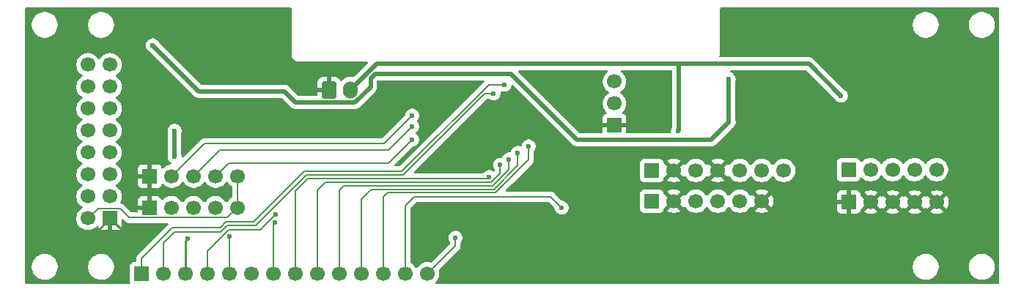
<source format=gbr>
%TF.GenerationSoftware,KiCad,Pcbnew,9.0.4-9.0.4-0~ubuntu22.04.1*%
%TF.CreationDate,2025-10-18T22:49:11+02:00*%
%TF.ProjectId,YR,59522e6b-6963-4616-945f-706362585858,rev?*%
%TF.SameCoordinates,Original*%
%TF.FileFunction,Copper,L2,Bot*%
%TF.FilePolarity,Positive*%
%FSLAX46Y46*%
G04 Gerber Fmt 4.6, Leading zero omitted, Abs format (unit mm)*
G04 Created by KiCad (PCBNEW 9.0.4-9.0.4-0~ubuntu22.04.1) date 2025-10-18 22:49:11*
%MOMM*%
%LPD*%
G01*
G04 APERTURE LIST*
G04 Aperture macros list*
%AMRoundRect*
0 Rectangle with rounded corners*
0 $1 Rounding radius*
0 $2 $3 $4 $5 $6 $7 $8 $9 X,Y pos of 4 corners*
0 Add a 4 corners polygon primitive as box body*
4,1,4,$2,$3,$4,$5,$6,$7,$8,$9,$2,$3,0*
0 Add four circle primitives for the rounded corners*
1,1,$1+$1,$2,$3*
1,1,$1+$1,$4,$5*
1,1,$1+$1,$6,$7*
1,1,$1+$1,$8,$9*
0 Add four rect primitives between the rounded corners*
20,1,$1+$1,$2,$3,$4,$5,0*
20,1,$1+$1,$4,$5,$6,$7,0*
20,1,$1+$1,$6,$7,$8,$9,0*
20,1,$1+$1,$8,$9,$2,$3,0*%
G04 Aperture macros list end*
%TA.AperFunction,HeatsinkPad*%
%ADD10C,0.600000*%
%TD*%
%TA.AperFunction,ComponentPad*%
%ADD11R,1.700000X1.700000*%
%TD*%
%TA.AperFunction,ComponentPad*%
%ADD12C,1.700000*%
%TD*%
%TA.AperFunction,ComponentPad*%
%ADD13RoundRect,0.250000X-0.600000X-0.750000X0.600000X-0.750000X0.600000X0.750000X-0.600000X0.750000X0*%
%TD*%
%TA.AperFunction,ComponentPad*%
%ADD14O,1.700000X2.000000*%
%TD*%
%TA.AperFunction,ViaPad*%
%ADD15C,0.600000*%
%TD*%
%TA.AperFunction,Conductor*%
%ADD16C,0.250000*%
%TD*%
%TA.AperFunction,Conductor*%
%ADD17C,0.500000*%
%TD*%
%TA.AperFunction,Conductor*%
%ADD18C,0.200000*%
%TD*%
G04 APERTURE END LIST*
D10*
%TO.P,U2,41,GND*%
%TO.N,GND*%
X147100000Y-64900000D03*
X147100000Y-66300000D03*
X147800000Y-64200000D03*
X147800000Y-65600000D03*
X147800000Y-67000000D03*
X148500000Y-64900000D03*
X148500000Y-66300000D03*
X149200000Y-64200000D03*
X149200000Y-65600000D03*
X149200000Y-67000000D03*
X149900000Y-64900000D03*
X149900000Y-66300000D03*
%TD*%
D11*
%TO.P,J5,1,Pin_1*%
%TO.N,3.3V_2*%
X189590000Y-69250000D03*
D12*
%TO.P,J5,2,Pin_2*%
X192130000Y-69250000D03*
%TO.P,J5,3,Pin_3*%
X194670000Y-69250000D03*
%TO.P,J5,4,Pin_4*%
X197210000Y-69250000D03*
%TO.P,J5,5,Pin_5*%
X199750000Y-69250000D03*
%TD*%
D11*
%TO.P,J4,1,Pin_1*%
%TO.N,GND*%
X189630000Y-73000000D03*
D12*
%TO.P,J4,2,Pin_2*%
X192170000Y-73000000D03*
%TO.P,J4,3,Pin_3*%
X194710000Y-73000000D03*
%TO.P,J4,4,Pin_4*%
X197250000Y-73000000D03*
%TO.P,J4,5,Pin_5*%
X199790000Y-73000000D03*
%TD*%
D11*
%TO.P,J6,1,Pin_1*%
%TO.N,GPIO1*%
X107950000Y-81280000D03*
D12*
%TO.P,J6,2,Pin_2*%
%TO.N,GPIO2*%
X110490000Y-81280000D03*
%TO.P,J6,3,Pin_3*%
%TO.N,GPIO3*%
X113030000Y-81280000D03*
%TO.P,J6,4,Pin_4*%
%TO.N,GPIO4*%
X115570000Y-81280000D03*
%TO.P,J6,5,Pin_5*%
%TO.N,GPIO8*%
X118110000Y-81280000D03*
%TO.P,J6,6,Pin_6*%
%TO.N,GPIO14*%
X120650000Y-81280000D03*
%TO.P,J6,7,Pin_7*%
%TO.N,GPIO15*%
X123190000Y-81280000D03*
%TO.P,J6,8,Pin_8*%
%TO.N,GPIO38*%
X125730000Y-81280000D03*
%TO.P,J6,9,Pin_9*%
%TO.N,GPIO39*%
X128270000Y-81280000D03*
%TO.P,J6,10,Pin_10*%
%TO.N,GPIO40*%
X130810000Y-81280000D03*
%TO.P,J6,11,Pin_11*%
%TO.N,GPIO41*%
X133350000Y-81280000D03*
%TO.P,J6,12,Pin_12*%
%TO.N,GPIO42*%
X135890000Y-81280000D03*
%TO.P,J6,13,Pin_13*%
%TO.N,GPIO45*%
X138430000Y-81280000D03*
%TO.P,J6,14,Pin_14*%
%TO.N,GPIO46*%
X140970000Y-81280000D03*
%TD*%
D11*
%TO.P,J7,1,Pin_1*%
%TO.N,GND*%
X108840000Y-73660000D03*
D12*
%TO.P,J7,2,Pin_2*%
%TO.N,S1E2*%
X111380000Y-73660000D03*
%TO.P,J7,3,Pin_3*%
%TO.N,S2E2*%
X113920000Y-73660000D03*
%TO.P,J7,4,Pin_4*%
%TO.N,K_E2*%
X116460000Y-73660000D03*
%TO.P,J7,5,Pin_5*%
%TO.N,3.3V*%
X119000000Y-73660000D03*
%TD*%
D11*
%TO.P,J10,1,Pin_1*%
%TO.N,GND*%
X108880000Y-70000000D03*
D12*
%TO.P,J10,2,Pin_2*%
%TO.N,S1E1*%
X111420000Y-70000000D03*
%TO.P,J10,3,Pin_3*%
%TO.N,S2E1*%
X113960000Y-70000000D03*
%TO.P,J10,4,Pin_4*%
%TO.N,K_E1*%
X116500000Y-70000000D03*
%TO.P,J10,5,Pin_5*%
%TO.N,3.3V*%
X119040000Y-70000000D03*
%TD*%
D11*
%TO.P,J8,1,Pin_1*%
%TO.N,V_in*%
X166878000Y-72898000D03*
D12*
%TO.P,J8,2,Pin_2*%
%TO.N,GND*%
X169418000Y-72898000D03*
%TO.P,J8,3,Pin_3*%
%TO.N,LCK*%
X171958000Y-72898000D03*
%TO.P,J8,4,Pin_4*%
%TO.N,DIN*%
X174498000Y-72898000D03*
%TO.P,J8,5,Pin_5*%
%TO.N,BCK*%
X177038000Y-72898000D03*
%TO.P,J8,6,Pin_6*%
%TO.N,GND*%
X179578000Y-72898000D03*
%TD*%
D11*
%TO.P,J1,1,Pin_1*%
%TO.N,GND*%
X162560000Y-64135000D03*
D12*
%TO.P,J1,2,Pin_2*%
%TO.N,RXD0*%
X162560000Y-61595000D03*
%TO.P,J1,3,Pin_3*%
%TO.N,TXD0*%
X162560000Y-59055000D03*
%TD*%
D13*
%TO.P,J2,1,Pin_1*%
%TO.N,GND*%
X129580000Y-60000000D03*
D14*
%TO.P,J2,2,Pin_2*%
%TO.N,V_in*%
X132080000Y-60000000D03*
%TD*%
D11*
%TO.P,J9,1,Pin_1*%
%TO.N,V_in*%
X166878000Y-69342000D03*
D12*
%TO.P,J9,2,Pin_2*%
%TO.N,GND*%
X169418000Y-69342000D03*
%TO.P,J9,3,Pin_3*%
%TO.N,unconnected-(J9-Pin_3-Pad3)*%
X171958000Y-69342000D03*
%TO.P,J9,4,Pin_4*%
%TO.N,GND*%
X174498000Y-69342000D03*
%TO.P,J9,5,Pin_5*%
%TO.N,BCK*%
X177038000Y-69342000D03*
%TO.P,J9,6,Pin_6*%
%TO.N,DIN*%
X179578000Y-69342000D03*
%TO.P,J9,7,Pin_7*%
%TO.N,LCK*%
X182118000Y-69342000D03*
%TD*%
D11*
%TO.P,J3,1,Pin_1*%
%TO.N,GND*%
X104290000Y-74890000D03*
D12*
%TO.P,J3,2,Pin_2*%
%TO.N,3.3V*%
X101750000Y-74890000D03*
%TO.P,J3,3,Pin_3*%
%TO.N,unconnected-(J3-Pin_3-Pad3)*%
X104290000Y-72350000D03*
%TO.P,J3,4,Pin_4*%
%TO.N,SCLK*%
X101750000Y-72350000D03*
%TO.P,J3,5,Pin_5*%
%TO.N,MOSI*%
X104290000Y-69810000D03*
%TO.P,J3,6,Pin_6*%
%TO.N,unconnected-(J3-Pin_6-Pad6)*%
X101750000Y-69810000D03*
%TO.P,J3,7,Pin_7*%
%TO.N,unconnected-(J3-Pin_7-Pad7)*%
X104290000Y-67270000D03*
%TO.P,J3,8,Pin_8*%
%TO.N,unconnected-(J3-Pin_8-Pad8)*%
X101750000Y-67270000D03*
%TO.P,J3,9,Pin_9*%
%TO.N,unconnected-(J3-Pin_9-Pad9)*%
X104290000Y-64730000D03*
%TO.P,J3,10,Pin_10*%
%TO.N,unconnected-(J3-Pin_10-Pad10)*%
X101750000Y-64730000D03*
%TO.P,J3,11,Pin_11*%
%TO.N,unconnected-(J3-Pin_11-Pad11)*%
X104290000Y-62190000D03*
%TO.P,J3,12,Pin_12*%
%TO.N,unconnected-(J3-Pin_12-Pad12)*%
X101750000Y-62190000D03*
%TO.P,J3,13,Pin_13*%
%TO.N,unconnected-(J3-Pin_13-Pad13)*%
X104290000Y-59650000D03*
%TO.P,J3,14,Pin_14*%
%TO.N,{slash}DC*%
X101750000Y-59650000D03*
%TO.P,J3,15,Pin_15*%
%TO.N,CHIP_PU*%
X104290000Y-57110000D03*
%TO.P,J3,16,Pin_16*%
%TO.N,{slash}CS*%
X101750000Y-57110000D03*
%TD*%
D15*
%TO.N,GND*%
X143750000Y-61750000D03*
X183000000Y-65250000D03*
X126250000Y-62750000D03*
X185500000Y-65250000D03*
X110000000Y-64750000D03*
X126250000Y-64000000D03*
X137000000Y-61500000D03*
X183900000Y-63250000D03*
X171000000Y-67250000D03*
X148000000Y-61750000D03*
X164500000Y-71250000D03*
X177750000Y-75000000D03*
X108712000Y-75946000D03*
X145250000Y-59250000D03*
X163500000Y-68250000D03*
X188500000Y-65250000D03*
%TO.N,V_in*%
X188722000Y-60706000D03*
X169882184Y-64800339D03*
%TO.N,3.3V*%
X175750000Y-63750000D03*
X111750000Y-64750000D03*
X109220000Y-54864000D03*
X175750000Y-58750000D03*
X111750000Y-67750000D03*
%TO.N,GPIO8*%
X118110000Y-76946000D03*
%TO.N,GPIO15*%
X123357493Y-75342000D03*
%TO.N,GPIO41*%
X151384000Y-67310000D03*
%TO.N,GPIO46*%
X144183558Y-77127558D03*
%TO.N,GPIO4*%
X123444000Y-74422000D03*
%TO.N,GPIO40*%
X150368000Y-68072000D03*
%TO.N,GPIO2*%
X148590000Y-60452000D03*
%TO.N,GPIO39*%
X149352000Y-68710000D03*
%TO.N,GPIO3*%
X113284000Y-77216000D03*
%TO.N,GPIO1*%
X149860000Y-59436000D03*
%TO.N,GPIO38*%
X148082000Y-70104000D03*
%TO.N,GPIO45*%
X156464000Y-73660000D03*
%TO.N,GPIO42*%
X152654000Y-66548000D03*
%TO.N,S1E1*%
X139192000Y-62992000D03*
%TO.N,S2E1*%
X139192000Y-64262000D03*
%TO.N,K_E1*%
X139192000Y-65786000D03*
%TD*%
D16*
%TO.N,GND*%
X104290000Y-74890000D02*
X102980000Y-76200000D01*
X105346000Y-75946000D02*
X104290000Y-74890000D01*
X108712000Y-75946000D02*
X105346000Y-75946000D01*
D17*
%TO.N,V_in*%
X170000000Y-57000000D02*
X170000000Y-64682523D01*
X170000000Y-57000000D02*
X181750000Y-57000000D01*
X135080000Y-57000000D02*
X170000000Y-57000000D01*
X181750000Y-57000000D02*
X185016000Y-57000000D01*
X185016000Y-57000000D02*
X188722000Y-60706000D01*
X170000000Y-64682523D02*
X169882184Y-64800339D01*
X132080000Y-60000000D02*
X135080000Y-57000000D01*
D18*
%TO.N,3.3V*%
X117849000Y-74811000D02*
X106513000Y-74811000D01*
X119000000Y-73660000D02*
X119000000Y-73500000D01*
D17*
X170942000Y-65786000D02*
X158242000Y-65786000D01*
X134381682Y-58689682D02*
X134381682Y-59688210D01*
X125730000Y-61468000D02*
X124460000Y-60198000D01*
X173714000Y-65786000D02*
X175750000Y-63750000D01*
X132601892Y-61468000D02*
X125984000Y-61468000D01*
X111750000Y-64750000D02*
X111750000Y-67750000D01*
D18*
X106513000Y-74811000D02*
X105441000Y-73739000D01*
D17*
X114554000Y-60198000D02*
X109220000Y-54864000D01*
D18*
X105441000Y-73739000D02*
X102901000Y-73739000D01*
X119040000Y-73460000D02*
X119040000Y-70000000D01*
X119000000Y-73660000D02*
X117849000Y-74811000D01*
X119000000Y-73500000D02*
X119040000Y-73460000D01*
D17*
X170942000Y-65786000D02*
X173714000Y-65786000D01*
D18*
X102901000Y-73739000D02*
X101750000Y-74890000D01*
D17*
X134905364Y-58166000D02*
X134381682Y-58689682D01*
X121412000Y-60198000D02*
X114554000Y-60198000D01*
X124460000Y-60198000D02*
X121412000Y-60198000D01*
X134381682Y-59688210D02*
X132601892Y-61468000D01*
X175750000Y-63750000D02*
X175750000Y-58750000D01*
X158242000Y-65786000D02*
X150622000Y-58166000D01*
X150622000Y-58166000D02*
X134905364Y-58166000D01*
X125984000Y-61468000D02*
X125730000Y-61468000D01*
D18*
%TO.N,GPIO8*%
X118110000Y-76946000D02*
X118110000Y-81280000D01*
%TO.N,GPIO15*%
X123190000Y-75509493D02*
X123357493Y-75342000D01*
X123190000Y-81280000D02*
X123190000Y-75509493D01*
%TO.N,GPIO41*%
X133350000Y-72644000D02*
X134112000Y-71882000D01*
X134874000Y-71521000D02*
X148649143Y-71521000D01*
X151384000Y-68786143D02*
X151384000Y-68326000D01*
X134473000Y-71521000D02*
X134874000Y-71521000D01*
X151384000Y-68326000D02*
X151384000Y-67310000D01*
X134112000Y-71882000D02*
X134473000Y-71521000D01*
X148649143Y-71521000D02*
X151384000Y-68786143D01*
X133350000Y-81280000D02*
X133350000Y-72644000D01*
%TO.N,GPIO46*%
X144183558Y-78066442D02*
X144183558Y-77127558D01*
X140970000Y-81280000D02*
X144183558Y-78066442D01*
%TO.N,GPIO4*%
X123173550Y-74676000D02*
X123190000Y-74676000D01*
X115570000Y-81280000D02*
X115570000Y-78636057D01*
X115570000Y-78636057D02*
X118006057Y-76200000D01*
X118006057Y-76200000D02*
X121666000Y-76200000D01*
X123190000Y-74676000D02*
X123444000Y-74422000D01*
X121666000Y-76200000D02*
X121666000Y-76183550D01*
X121666000Y-76183550D02*
X123173550Y-74676000D01*
%TO.N,GPIO40*%
X150368000Y-69235043D02*
X150368000Y-68072000D01*
X149679522Y-69923521D02*
X150368000Y-69235043D01*
X130810000Y-71628000D02*
X131064000Y-71374000D01*
X148483043Y-71120000D02*
X149679522Y-69923521D01*
X130810000Y-81280000D02*
X130810000Y-71628000D01*
X131064000Y-71374000D02*
X131318000Y-71120000D01*
X131318000Y-71120000D02*
X131572000Y-71120000D01*
X131572000Y-71120000D02*
X148483043Y-71120000D01*
%TO.N,GPIO2*%
X148590000Y-60452000D02*
X147574000Y-60452000D01*
X138176000Y-69850000D02*
X127000000Y-69850000D01*
X127000000Y-69850000D02*
X121158000Y-75692000D01*
X147574000Y-60452000D02*
X138176000Y-69850000D01*
X110490000Y-77724000D02*
X110490000Y-81280000D01*
X111760000Y-76454000D02*
X110490000Y-77724000D01*
X117094000Y-76454000D02*
X111760000Y-76454000D01*
X121158000Y-75692000D02*
X117856000Y-75692000D01*
X117856000Y-75692000D02*
X117094000Y-76454000D01*
%TO.N,GPIO39*%
X128270000Y-71628000D02*
X129193000Y-70705000D01*
X129193000Y-70705000D02*
X148330943Y-70705000D01*
X148330943Y-70705000D02*
X149352000Y-69683943D01*
X149352000Y-69683943D02*
X149352000Y-68710000D01*
X128270000Y-81280000D02*
X128270000Y-71628000D01*
D16*
%TO.N,GPIO3*%
X113030000Y-77470000D02*
X113030000Y-81280000D01*
X113284000Y-77216000D02*
X113030000Y-77470000D01*
D18*
%TO.N,GPIO1*%
X148022900Y-59436000D02*
X138009900Y-69449000D01*
X117034900Y-75946000D02*
X111506000Y-75946000D01*
X120904000Y-75291000D02*
X117689900Y-75291000D01*
X117689900Y-75291000D02*
X117034900Y-75946000D01*
X107950000Y-79502000D02*
X107950000Y-81280000D01*
X111506000Y-75946000D02*
X107950000Y-79502000D01*
X126746000Y-69449000D02*
X120904000Y-75291000D01*
X149860000Y-59436000D02*
X148022900Y-59436000D01*
X138009900Y-69449000D02*
X126746000Y-69449000D01*
%TO.N,GPIO38*%
X126267550Y-71149550D02*
X127156550Y-70260550D01*
X147935000Y-70251000D02*
X148082000Y-70104000D01*
X127166100Y-70251000D02*
X136398000Y-70251000D01*
X127156550Y-70260550D02*
X127166100Y-70251000D01*
X125730000Y-81280000D02*
X125730000Y-71687100D01*
X125730000Y-71687100D02*
X126267550Y-71149550D01*
X136398000Y-70251000D02*
X147935000Y-70251000D01*
%TO.N,GPIO45*%
X138430000Y-81280000D02*
X138430000Y-73406000D01*
X139446000Y-72390000D02*
X155194000Y-72390000D01*
X155194000Y-72390000D02*
X156464000Y-73660000D01*
X138430000Y-73406000D02*
X139446000Y-72390000D01*
%TO.N,GPIO42*%
X135890000Y-81280000D02*
X135890000Y-72390000D01*
X148815243Y-71922000D02*
X152654000Y-68083243D01*
X152654000Y-68083243D02*
X152654000Y-66548000D01*
X136358000Y-71922000D02*
X148815243Y-71922000D01*
X135890000Y-72390000D02*
X136358000Y-71922000D01*
%TO.N,S1E1*%
X115170000Y-66250000D02*
X111420000Y-70000000D01*
X135934000Y-66250000D02*
X115170000Y-66250000D01*
X139192000Y-62992000D02*
X135934000Y-66250000D01*
%TO.N,S2E1*%
X139192000Y-64262000D02*
X136454000Y-67000000D01*
X136454000Y-67000000D02*
X116960000Y-67000000D01*
X116960000Y-67000000D02*
X113960000Y-70000000D01*
%TO.N,K_E1*%
X118011000Y-68489000D02*
X116500000Y-70000000D01*
X136489000Y-68489000D02*
X118011000Y-68489000D01*
X139192000Y-65786000D02*
X136489000Y-68489000D01*
%TD*%
%TA.AperFunction,Conductor*%
%TO.N,GND*%
G36*
X125192539Y-50520185D02*
G01*
X125238294Y-50572989D01*
X125249500Y-50624500D01*
X125249500Y-55934108D01*
X125249500Y-56065892D01*
X125260743Y-56107853D01*
X125283608Y-56193187D01*
X125316121Y-56249500D01*
X125349500Y-56307314D01*
X125599500Y-56557314D01*
X125692686Y-56650500D01*
X125806814Y-56716392D01*
X125934107Y-56750500D01*
X125934108Y-56750500D01*
X133968771Y-56750500D01*
X134035810Y-56770185D01*
X134081565Y-56822989D01*
X134091509Y-56892147D01*
X134062484Y-56955703D01*
X134056455Y-56962177D01*
X133777452Y-57241180D01*
X132517626Y-58501004D01*
X132456303Y-58534489D01*
X132401550Y-58531542D01*
X132400986Y-58533892D01*
X132396246Y-58532754D01*
X132238776Y-58507813D01*
X132186287Y-58499500D01*
X131973713Y-58499500D01*
X131925042Y-58507208D01*
X131763760Y-58532753D01*
X131561585Y-58598444D01*
X131372179Y-58694951D01*
X131200215Y-58819889D01*
X131061035Y-58959069D01*
X130999712Y-58992553D01*
X130930020Y-58987569D01*
X130874087Y-58945697D01*
X130867815Y-58936484D01*
X130772315Y-58781654D01*
X130648345Y-58657684D01*
X130499124Y-58565643D01*
X130499119Y-58565641D01*
X130332697Y-58510494D01*
X130332690Y-58510493D01*
X130229986Y-58500000D01*
X129830000Y-58500000D01*
X129830000Y-59566988D01*
X129772993Y-59534075D01*
X129645826Y-59500000D01*
X129514174Y-59500000D01*
X129387007Y-59534075D01*
X129330000Y-59566988D01*
X129330000Y-58500000D01*
X128930028Y-58500000D01*
X128930012Y-58500001D01*
X128827302Y-58510494D01*
X128660880Y-58565641D01*
X128660875Y-58565643D01*
X128511654Y-58657684D01*
X128387684Y-58781654D01*
X128295643Y-58930875D01*
X128295641Y-58930880D01*
X128240494Y-59097302D01*
X128240493Y-59097309D01*
X128230000Y-59200013D01*
X128230000Y-59750000D01*
X129146988Y-59750000D01*
X129114075Y-59807007D01*
X129080000Y-59934174D01*
X129080000Y-60065826D01*
X129114075Y-60192993D01*
X129146988Y-60250000D01*
X128230001Y-60250000D01*
X128230001Y-60593500D01*
X128210316Y-60660539D01*
X128157512Y-60706294D01*
X128106001Y-60717500D01*
X126092229Y-60717500D01*
X126025190Y-60697815D01*
X126004548Y-60681181D01*
X124938421Y-59615052D01*
X124938414Y-59615046D01*
X124864729Y-59565812D01*
X124864729Y-59565813D01*
X124815491Y-59532913D01*
X124678917Y-59476343D01*
X124678907Y-59476340D01*
X124533920Y-59447500D01*
X124533918Y-59447500D01*
X121485918Y-59447500D01*
X114916229Y-59447500D01*
X114886788Y-59438855D01*
X114856802Y-59432332D01*
X114851786Y-59428577D01*
X114849190Y-59427815D01*
X114828548Y-59411181D01*
X114701912Y-59284545D01*
X112379548Y-56962181D01*
X109966071Y-54548703D01*
X109939191Y-54508475D01*
X109929394Y-54484821D01*
X109929389Y-54484814D01*
X109841789Y-54353710D01*
X109730292Y-54242213D01*
X109730288Y-54242210D01*
X109599185Y-54154609D01*
X109599172Y-54154602D01*
X109453501Y-54094264D01*
X109453489Y-54094261D01*
X109298845Y-54063500D01*
X109298842Y-54063500D01*
X109141158Y-54063500D01*
X109141155Y-54063500D01*
X108986510Y-54094261D01*
X108986498Y-54094264D01*
X108840827Y-54154602D01*
X108840814Y-54154609D01*
X108709711Y-54242210D01*
X108709707Y-54242213D01*
X108598213Y-54353707D01*
X108598210Y-54353711D01*
X108510609Y-54484814D01*
X108510602Y-54484827D01*
X108450264Y-54630498D01*
X108450261Y-54630510D01*
X108419500Y-54785153D01*
X108419500Y-54942846D01*
X108450261Y-55097489D01*
X108450264Y-55097501D01*
X108510602Y-55243172D01*
X108510609Y-55243185D01*
X108598210Y-55374288D01*
X108598213Y-55374292D01*
X108709710Y-55485789D01*
X108840815Y-55573390D01*
X108840821Y-55573394D01*
X108864475Y-55583191D01*
X108904703Y-55610071D01*
X111469841Y-58175208D01*
X113971049Y-60676416D01*
X114075584Y-60780951D01*
X114075585Y-60780952D01*
X114198498Y-60863080D01*
X114198511Y-60863087D01*
X114291387Y-60901557D01*
X114335087Y-60919658D01*
X114335091Y-60919658D01*
X114335092Y-60919659D01*
X114480079Y-60948500D01*
X114480082Y-60948500D01*
X121338082Y-60948500D01*
X124097770Y-60948500D01*
X124164809Y-60968185D01*
X124185451Y-60984819D01*
X125147049Y-61946416D01*
X125251583Y-62050950D01*
X125251585Y-62050952D01*
X125374498Y-62133080D01*
X125374511Y-62133087D01*
X125511082Y-62189656D01*
X125511087Y-62189658D01*
X125511091Y-62189658D01*
X125511092Y-62189659D01*
X125656079Y-62218500D01*
X125656082Y-62218500D01*
X132675812Y-62218500D01*
X132773354Y-62199096D01*
X132820805Y-62189658D01*
X132957387Y-62133084D01*
X133006621Y-62100186D01*
X133080308Y-62050952D01*
X134964633Y-60166626D01*
X135046766Y-60043705D01*
X135103340Y-59907123D01*
X135123255Y-59807007D01*
X135132182Y-59762130D01*
X135132182Y-59051911D01*
X135140826Y-59022470D01*
X135147350Y-58992484D01*
X135151104Y-58987468D01*
X135151867Y-58984872D01*
X135168501Y-58964230D01*
X135179912Y-58952819D01*
X135241235Y-58919334D01*
X135267593Y-58916500D01*
X147393802Y-58916500D01*
X147460841Y-58936185D01*
X147506596Y-58988989D01*
X147516540Y-59058147D01*
X147487515Y-59121703D01*
X147481483Y-59128181D01*
X137797484Y-68812181D01*
X137736161Y-68845666D01*
X137709803Y-68848500D01*
X137278097Y-68848500D01*
X137211058Y-68828815D01*
X137165303Y-68776011D01*
X137155359Y-68706853D01*
X137184384Y-68643297D01*
X137190416Y-68636819D01*
X138190416Y-67636819D01*
X139206662Y-66620572D01*
X139267983Y-66587089D01*
X139270150Y-66586638D01*
X139337378Y-66573265D01*
X139425497Y-66555737D01*
X139571179Y-66495394D01*
X139702289Y-66407789D01*
X139813789Y-66296289D01*
X139901394Y-66165179D01*
X139961737Y-66019497D01*
X139992500Y-65864842D01*
X139992500Y-65707158D01*
X139992500Y-65707155D01*
X139992499Y-65707153D01*
X139980467Y-65646666D01*
X139961737Y-65552503D01*
X139961735Y-65552498D01*
X139901397Y-65406827D01*
X139901390Y-65406814D01*
X139813789Y-65275711D01*
X139813786Y-65275707D01*
X139702292Y-65164213D01*
X139702288Y-65164210D01*
X139646752Y-65127102D01*
X139601947Y-65073490D01*
X139593240Y-65004165D01*
X139623394Y-64941137D01*
X139646752Y-64920898D01*
X139687227Y-64893853D01*
X139702289Y-64883789D01*
X139813789Y-64772289D01*
X139901394Y-64641179D01*
X139961737Y-64495497D01*
X139992500Y-64340842D01*
X139992500Y-64183158D01*
X139992500Y-64183155D01*
X139992499Y-64183153D01*
X139981570Y-64128210D01*
X139961737Y-64028503D01*
X139941756Y-63980264D01*
X139901397Y-63882827D01*
X139901390Y-63882814D01*
X139813789Y-63751711D01*
X139813786Y-63751707D01*
X139776760Y-63714681D01*
X139743275Y-63653358D01*
X139748259Y-63583666D01*
X139776760Y-63539319D01*
X139813786Y-63502292D01*
X139813789Y-63502289D01*
X139901394Y-63371179D01*
X139912217Y-63345051D01*
X139961735Y-63225501D01*
X139961737Y-63225497D01*
X139992500Y-63070842D01*
X139992500Y-62913158D01*
X139992500Y-62913155D01*
X139992499Y-62913153D01*
X139978275Y-62841646D01*
X139961737Y-62758503D01*
X139958236Y-62750051D01*
X139901397Y-62612827D01*
X139901390Y-62612814D01*
X139813789Y-62481711D01*
X139813786Y-62481707D01*
X139702292Y-62370213D01*
X139702288Y-62370210D01*
X139571185Y-62282609D01*
X139571172Y-62282602D01*
X139425501Y-62222264D01*
X139425489Y-62222261D01*
X139270845Y-62191500D01*
X139270842Y-62191500D01*
X139113158Y-62191500D01*
X139113155Y-62191500D01*
X138958510Y-62222261D01*
X138958498Y-62222264D01*
X138812827Y-62282602D01*
X138812814Y-62282609D01*
X138681711Y-62370210D01*
X138681707Y-62370213D01*
X138570213Y-62481707D01*
X138570210Y-62481711D01*
X138482609Y-62612814D01*
X138482602Y-62612827D01*
X138422264Y-62758498D01*
X138422261Y-62758508D01*
X138391362Y-62913848D01*
X138358977Y-62975759D01*
X138357426Y-62977337D01*
X135721584Y-65613181D01*
X135660261Y-65646666D01*
X135633903Y-65649500D01*
X115256669Y-65649500D01*
X115256653Y-65649499D01*
X115249057Y-65649499D01*
X115090943Y-65649499D01*
X114976397Y-65680192D01*
X114938214Y-65690423D01*
X114900701Y-65712082D01*
X114900700Y-65712082D01*
X114801287Y-65769477D01*
X114801282Y-65769481D01*
X112762181Y-67808583D01*
X112700858Y-67842068D01*
X112631166Y-67837084D01*
X112575233Y-67795212D01*
X112550816Y-67729748D01*
X112550500Y-67720902D01*
X112550500Y-67671155D01*
X112550499Y-67671153D01*
X112519739Y-67516511D01*
X112519738Y-67516508D01*
X112519737Y-67516503D01*
X112509937Y-67492844D01*
X112500500Y-67445396D01*
X112500500Y-65054604D01*
X112509939Y-65007151D01*
X112513240Y-64999181D01*
X112519737Y-64983497D01*
X112550500Y-64828842D01*
X112550500Y-64671158D01*
X112550500Y-64671155D01*
X112550499Y-64671153D01*
X112543308Y-64635000D01*
X112519737Y-64516503D01*
X112504050Y-64478630D01*
X112459397Y-64370827D01*
X112459390Y-64370814D01*
X112371789Y-64239711D01*
X112371786Y-64239707D01*
X112260292Y-64128213D01*
X112260288Y-64128210D01*
X112129185Y-64040609D01*
X112129172Y-64040602D01*
X111983501Y-63980264D01*
X111983489Y-63980261D01*
X111828845Y-63949500D01*
X111828842Y-63949500D01*
X111671158Y-63949500D01*
X111671155Y-63949500D01*
X111516510Y-63980261D01*
X111516498Y-63980264D01*
X111370827Y-64040602D01*
X111370814Y-64040609D01*
X111239711Y-64128210D01*
X111239707Y-64128213D01*
X111128213Y-64239707D01*
X111128210Y-64239711D01*
X111040609Y-64370814D01*
X111040602Y-64370827D01*
X110980264Y-64516498D01*
X110980261Y-64516510D01*
X110949500Y-64671153D01*
X110949500Y-64828846D01*
X110980261Y-64983489D01*
X110980263Y-64983497D01*
X110990061Y-65007151D01*
X110999500Y-65054604D01*
X110999500Y-67445396D01*
X110990062Y-67492844D01*
X110980263Y-67516503D01*
X110980262Y-67516506D01*
X110980260Y-67516511D01*
X110949500Y-67671153D01*
X110949500Y-67828846D01*
X110980261Y-67983489D01*
X110980264Y-67983501D01*
X111040602Y-68129172D01*
X111040609Y-68129185D01*
X111128210Y-68260288D01*
X111128213Y-68260292D01*
X111239707Y-68371786D01*
X111239711Y-68371789D01*
X111326449Y-68429746D01*
X111371254Y-68483358D01*
X111379961Y-68552683D01*
X111349807Y-68615711D01*
X111290363Y-68652430D01*
X111276956Y-68655321D01*
X111103760Y-68682753D01*
X110901585Y-68748444D01*
X110712179Y-68844951D01*
X110540215Y-68969889D01*
X110426285Y-69083819D01*
X110364962Y-69117303D01*
X110295270Y-69112319D01*
X110239337Y-69070447D01*
X110222422Y-69039470D01*
X110173354Y-68907913D01*
X110173350Y-68907906D01*
X110087190Y-68792812D01*
X110087187Y-68792809D01*
X109972093Y-68706649D01*
X109972086Y-68706645D01*
X109837379Y-68656403D01*
X109837372Y-68656401D01*
X109777844Y-68650000D01*
X109130000Y-68650000D01*
X109130000Y-69566988D01*
X109072993Y-69534075D01*
X108945826Y-69500000D01*
X108814174Y-69500000D01*
X108687007Y-69534075D01*
X108630000Y-69566988D01*
X108630000Y-68650000D01*
X107982155Y-68650000D01*
X107922627Y-68656401D01*
X107922620Y-68656403D01*
X107787913Y-68706645D01*
X107787906Y-68706649D01*
X107672812Y-68792809D01*
X107672809Y-68792812D01*
X107586649Y-68907906D01*
X107586645Y-68907913D01*
X107536403Y-69042620D01*
X107536401Y-69042627D01*
X107530000Y-69102155D01*
X107530000Y-69750000D01*
X108446988Y-69750000D01*
X108414075Y-69807007D01*
X108380000Y-69934174D01*
X108380000Y-70065826D01*
X108414075Y-70192993D01*
X108446988Y-70250000D01*
X107530000Y-70250000D01*
X107530000Y-70897844D01*
X107536401Y-70957372D01*
X107536403Y-70957379D01*
X107586645Y-71092086D01*
X107586649Y-71092093D01*
X107672809Y-71207187D01*
X107672812Y-71207190D01*
X107787906Y-71293350D01*
X107787913Y-71293354D01*
X107922620Y-71343596D01*
X107922627Y-71343598D01*
X107982155Y-71349999D01*
X107982172Y-71350000D01*
X108630000Y-71350000D01*
X108630000Y-70433012D01*
X108687007Y-70465925D01*
X108814174Y-70500000D01*
X108945826Y-70500000D01*
X109072993Y-70465925D01*
X109130000Y-70433012D01*
X109130000Y-71350000D01*
X109777828Y-71350000D01*
X109777844Y-71349999D01*
X109837372Y-71343598D01*
X109837379Y-71343596D01*
X109972086Y-71293354D01*
X109972093Y-71293350D01*
X110087187Y-71207190D01*
X110087190Y-71207187D01*
X110173350Y-71092093D01*
X110173354Y-71092086D01*
X110222422Y-70960529D01*
X110264293Y-70904595D01*
X110329757Y-70880178D01*
X110398030Y-70895030D01*
X110426285Y-70916181D01*
X110540213Y-71030109D01*
X110712179Y-71155048D01*
X110712181Y-71155049D01*
X110712184Y-71155051D01*
X110901588Y-71251557D01*
X111103757Y-71317246D01*
X111313713Y-71350500D01*
X111313714Y-71350500D01*
X111526286Y-71350500D01*
X111526287Y-71350500D01*
X111736243Y-71317246D01*
X111938412Y-71251557D01*
X112127816Y-71155051D01*
X112214471Y-71092093D01*
X112299786Y-71030109D01*
X112299788Y-71030106D01*
X112299792Y-71030104D01*
X112450104Y-70879792D01*
X112450106Y-70879788D01*
X112450109Y-70879786D01*
X112575048Y-70707820D01*
X112575047Y-70707820D01*
X112575051Y-70707816D01*
X112579514Y-70699054D01*
X112627488Y-70648259D01*
X112695308Y-70631463D01*
X112761444Y-70653999D01*
X112800486Y-70699056D01*
X112804951Y-70707820D01*
X112929890Y-70879786D01*
X113080213Y-71030109D01*
X113252179Y-71155048D01*
X113252181Y-71155049D01*
X113252184Y-71155051D01*
X113441588Y-71251557D01*
X113643757Y-71317246D01*
X113853713Y-71350500D01*
X113853714Y-71350500D01*
X114066286Y-71350500D01*
X114066287Y-71350500D01*
X114276243Y-71317246D01*
X114478412Y-71251557D01*
X114667816Y-71155051D01*
X114754471Y-71092093D01*
X114839786Y-71030109D01*
X114839788Y-71030106D01*
X114839792Y-71030104D01*
X114990104Y-70879792D01*
X114990106Y-70879788D01*
X114990109Y-70879786D01*
X115115048Y-70707820D01*
X115115047Y-70707820D01*
X115115051Y-70707816D01*
X115119514Y-70699054D01*
X115167488Y-70648259D01*
X115235308Y-70631463D01*
X115301444Y-70653999D01*
X115340486Y-70699056D01*
X115344951Y-70707820D01*
X115469890Y-70879786D01*
X115620213Y-71030109D01*
X115792179Y-71155048D01*
X115792181Y-71155049D01*
X115792184Y-71155051D01*
X115981588Y-71251557D01*
X116183757Y-71317246D01*
X116393713Y-71350500D01*
X116393714Y-71350500D01*
X116606286Y-71350500D01*
X116606287Y-71350500D01*
X116816243Y-71317246D01*
X117018412Y-71251557D01*
X117207816Y-71155051D01*
X117294471Y-71092093D01*
X117379786Y-71030109D01*
X117379788Y-71030106D01*
X117379792Y-71030104D01*
X117530104Y-70879792D01*
X117530106Y-70879788D01*
X117530109Y-70879786D01*
X117655048Y-70707820D01*
X117655047Y-70707820D01*
X117655051Y-70707816D01*
X117659514Y-70699054D01*
X117707488Y-70648259D01*
X117775308Y-70631463D01*
X117841444Y-70653999D01*
X117880486Y-70699056D01*
X117884951Y-70707820D01*
X118009890Y-70879786D01*
X118160213Y-71030109D01*
X118332184Y-71155051D01*
X118332184Y-71155052D01*
X118371793Y-71175233D01*
X118422590Y-71223206D01*
X118439500Y-71285718D01*
X118439500Y-72353899D01*
X118419815Y-72420938D01*
X118371796Y-72464383D01*
X118292182Y-72504949D01*
X118120213Y-72629890D01*
X117969890Y-72780213D01*
X117844949Y-72952182D01*
X117840484Y-72960946D01*
X117792509Y-73011742D01*
X117724688Y-73028536D01*
X117658553Y-73005998D01*
X117619516Y-72960946D01*
X117615050Y-72952182D01*
X117490109Y-72780213D01*
X117339786Y-72629890D01*
X117167820Y-72504951D01*
X116978414Y-72408444D01*
X116978413Y-72408443D01*
X116978412Y-72408443D01*
X116776243Y-72342754D01*
X116776241Y-72342753D01*
X116776240Y-72342753D01*
X116614957Y-72317208D01*
X116566287Y-72309500D01*
X116353713Y-72309500D01*
X116314202Y-72315757D01*
X116143759Y-72342753D01*
X116143760Y-72342753D01*
X115941585Y-72408444D01*
X115752179Y-72504951D01*
X115580213Y-72629890D01*
X115429890Y-72780213D01*
X115304949Y-72952182D01*
X115300484Y-72960946D01*
X115252509Y-73011742D01*
X115184688Y-73028536D01*
X115118553Y-73005998D01*
X115079516Y-72960946D01*
X115075050Y-72952182D01*
X114950109Y-72780213D01*
X114799786Y-72629890D01*
X114627820Y-72504951D01*
X114438414Y-72408444D01*
X114438413Y-72408443D01*
X114438412Y-72408443D01*
X114236243Y-72342754D01*
X114236241Y-72342753D01*
X114236240Y-72342753D01*
X114074957Y-72317208D01*
X114026287Y-72309500D01*
X113813713Y-72309500D01*
X113774202Y-72315757D01*
X113603759Y-72342753D01*
X113603760Y-72342753D01*
X113401585Y-72408444D01*
X113212179Y-72504951D01*
X113040213Y-72629890D01*
X112889890Y-72780213D01*
X112764949Y-72952182D01*
X112760484Y-72960946D01*
X112712509Y-73011742D01*
X112644688Y-73028536D01*
X112578553Y-73005998D01*
X112539516Y-72960946D01*
X112535050Y-72952182D01*
X112410109Y-72780213D01*
X112259786Y-72629890D01*
X112087820Y-72504951D01*
X111898414Y-72408444D01*
X111898413Y-72408443D01*
X111898412Y-72408443D01*
X111696243Y-72342754D01*
X111696241Y-72342753D01*
X111696240Y-72342753D01*
X111534957Y-72317208D01*
X111486287Y-72309500D01*
X111273713Y-72309500D01*
X111234202Y-72315757D01*
X111063759Y-72342753D01*
X111063760Y-72342753D01*
X110861585Y-72408444D01*
X110672179Y-72504951D01*
X110500215Y-72629889D01*
X110386285Y-72743819D01*
X110324962Y-72777303D01*
X110255270Y-72772319D01*
X110199337Y-72730447D01*
X110182422Y-72699470D01*
X110133354Y-72567913D01*
X110133350Y-72567906D01*
X110047190Y-72452812D01*
X110047187Y-72452809D01*
X109932093Y-72366649D01*
X109932086Y-72366645D01*
X109797379Y-72316403D01*
X109797372Y-72316401D01*
X109737844Y-72310000D01*
X109090000Y-72310000D01*
X109090000Y-73226988D01*
X109032993Y-73194075D01*
X108905826Y-73160000D01*
X108774174Y-73160000D01*
X108647007Y-73194075D01*
X108590000Y-73226988D01*
X108590000Y-72310000D01*
X107942155Y-72310000D01*
X107882627Y-72316401D01*
X107882620Y-72316403D01*
X107747913Y-72366645D01*
X107747906Y-72366649D01*
X107632812Y-72452809D01*
X107632809Y-72452812D01*
X107546649Y-72567906D01*
X107546645Y-72567913D01*
X107496403Y-72702620D01*
X107496401Y-72702627D01*
X107490000Y-72762155D01*
X107490000Y-73410000D01*
X108406988Y-73410000D01*
X108374075Y-73467007D01*
X108340000Y-73594174D01*
X108340000Y-73725826D01*
X108374075Y-73852993D01*
X108406988Y-73910000D01*
X107490000Y-73910000D01*
X107490000Y-74086500D01*
X107470315Y-74153539D01*
X107417511Y-74199294D01*
X107366000Y-74210500D01*
X106813097Y-74210500D01*
X106746058Y-74190815D01*
X106725416Y-74174181D01*
X105928590Y-73377355D01*
X105928588Y-73377352D01*
X105809717Y-73258481D01*
X105809716Y-73258480D01*
X105722904Y-73208360D01*
X105672785Y-73179423D01*
X105560023Y-73149208D01*
X105554428Y-73147114D01*
X105531072Y-73129589D01*
X105506138Y-73114391D01*
X105503454Y-73108866D01*
X105498541Y-73105180D01*
X105488366Y-73077806D01*
X105475609Y-73051544D01*
X105476338Y-73045445D01*
X105474198Y-73039688D01*
X105480437Y-73011161D01*
X105483904Y-72982168D01*
X105487408Y-72974686D01*
X105541553Y-72868420D01*
X105541554Y-72868418D01*
X105541554Y-72868417D01*
X105541557Y-72868412D01*
X105607246Y-72666243D01*
X105640500Y-72456287D01*
X105640500Y-72243713D01*
X105607246Y-72033757D01*
X105541557Y-71831588D01*
X105445051Y-71642184D01*
X105445049Y-71642181D01*
X105445048Y-71642179D01*
X105320109Y-71470213D01*
X105169786Y-71319890D01*
X104997820Y-71194951D01*
X104997115Y-71194591D01*
X104989054Y-71190485D01*
X104938259Y-71142512D01*
X104921463Y-71074692D01*
X104943999Y-71008556D01*
X104989054Y-70969515D01*
X104997816Y-70965051D01*
X105019789Y-70949086D01*
X105169786Y-70840109D01*
X105169788Y-70840106D01*
X105169792Y-70840104D01*
X105320104Y-70689792D01*
X105320106Y-70689788D01*
X105320109Y-70689786D01*
X105429086Y-70539789D01*
X105445051Y-70517816D01*
X105541557Y-70328412D01*
X105607246Y-70126243D01*
X105640500Y-69916287D01*
X105640500Y-69703713D01*
X105607246Y-69493757D01*
X105541557Y-69291588D01*
X105445051Y-69102184D01*
X105445050Y-69102182D01*
X105320109Y-68930213D01*
X105169786Y-68779890D01*
X104997820Y-68654951D01*
X104992872Y-68652430D01*
X104989054Y-68650485D01*
X104938259Y-68602512D01*
X104921463Y-68534692D01*
X104943999Y-68468556D01*
X104989054Y-68429515D01*
X104997816Y-68425051D01*
X105061466Y-68378807D01*
X105169786Y-68300109D01*
X105169788Y-68300106D01*
X105169792Y-68300104D01*
X105320104Y-68149792D01*
X105320106Y-68149788D01*
X105320109Y-68149786D01*
X105440921Y-67983501D01*
X105445051Y-67977816D01*
X105541557Y-67788412D01*
X105607246Y-67586243D01*
X105640500Y-67376287D01*
X105640500Y-67163713D01*
X105607246Y-66953757D01*
X105541557Y-66751588D01*
X105445051Y-66562184D01*
X105445049Y-66562181D01*
X105445048Y-66562179D01*
X105320109Y-66390213D01*
X105169786Y-66239890D01*
X104997820Y-66114951D01*
X104997115Y-66114591D01*
X104989054Y-66110485D01*
X104938259Y-66062512D01*
X104921463Y-65994692D01*
X104943999Y-65928556D01*
X104989054Y-65889515D01*
X104997816Y-65885051D01*
X105025629Y-65864844D01*
X105169786Y-65760109D01*
X105169788Y-65760106D01*
X105169792Y-65760104D01*
X105320104Y-65609792D01*
X105320106Y-65609788D01*
X105320109Y-65609786D01*
X105445048Y-65437820D01*
X105445047Y-65437820D01*
X105445051Y-65437816D01*
X105541557Y-65248412D01*
X105607246Y-65046243D01*
X105640500Y-64836287D01*
X105640500Y-64623713D01*
X105607246Y-64413757D01*
X105541557Y-64211588D01*
X105445051Y-64022184D01*
X105445049Y-64022181D01*
X105445048Y-64022179D01*
X105320109Y-63850213D01*
X105169786Y-63699890D01*
X104997820Y-63574951D01*
X104997115Y-63574591D01*
X104989054Y-63570485D01*
X104938259Y-63522512D01*
X104921463Y-63454692D01*
X104943999Y-63388556D01*
X104989054Y-63349515D01*
X104997816Y-63345051D01*
X105146300Y-63237172D01*
X105169786Y-63220109D01*
X105169788Y-63220106D01*
X105169792Y-63220104D01*
X105320104Y-63069792D01*
X105320106Y-63069788D01*
X105320109Y-63069786D01*
X105445048Y-62897820D01*
X105445047Y-62897820D01*
X105445051Y-62897816D01*
X105541557Y-62708412D01*
X105607246Y-62506243D01*
X105640500Y-62296287D01*
X105640500Y-62083713D01*
X105607246Y-61873757D01*
X105541557Y-61671588D01*
X105445051Y-61482184D01*
X105445049Y-61482181D01*
X105445048Y-61482179D01*
X105320109Y-61310213D01*
X105169786Y-61159890D01*
X104997820Y-61034951D01*
X104997115Y-61034591D01*
X104989054Y-61030485D01*
X104938259Y-60982512D01*
X104921463Y-60914692D01*
X104943999Y-60848556D01*
X104989054Y-60809515D01*
X104997816Y-60805051D01*
X105025629Y-60784844D01*
X105169786Y-60680109D01*
X105169788Y-60680106D01*
X105169792Y-60680104D01*
X105320104Y-60529792D01*
X105320106Y-60529788D01*
X105320109Y-60529786D01*
X105445048Y-60357820D01*
X105445047Y-60357820D01*
X105445051Y-60357816D01*
X105541557Y-60168412D01*
X105607246Y-59966243D01*
X105640500Y-59756287D01*
X105640500Y-59543713D01*
X105607246Y-59333757D01*
X105541557Y-59131588D01*
X105445051Y-58942184D01*
X105445049Y-58942181D01*
X105445048Y-58942179D01*
X105320109Y-58770213D01*
X105169786Y-58619890D01*
X104997820Y-58494951D01*
X104997115Y-58494591D01*
X104989054Y-58490485D01*
X104938259Y-58442512D01*
X104921463Y-58374692D01*
X104943999Y-58308556D01*
X104989054Y-58269515D01*
X104997816Y-58265051D01*
X105032699Y-58239707D01*
X105169786Y-58140109D01*
X105169788Y-58140106D01*
X105169792Y-58140104D01*
X105320104Y-57989792D01*
X105320106Y-57989788D01*
X105320109Y-57989786D01*
X105445048Y-57817820D01*
X105445047Y-57817820D01*
X105445051Y-57817816D01*
X105541557Y-57628412D01*
X105607246Y-57426243D01*
X105640500Y-57216287D01*
X105640500Y-57003713D01*
X105607246Y-56793757D01*
X105541557Y-56591588D01*
X105445051Y-56402184D01*
X105445049Y-56402181D01*
X105445048Y-56402179D01*
X105320109Y-56230213D01*
X105169786Y-56079890D01*
X104997820Y-55954951D01*
X104808414Y-55858444D01*
X104808413Y-55858443D01*
X104808412Y-55858443D01*
X104606243Y-55792754D01*
X104606241Y-55792753D01*
X104606240Y-55792753D01*
X104444957Y-55767208D01*
X104396287Y-55759500D01*
X104183713Y-55759500D01*
X104135042Y-55767208D01*
X103973760Y-55792753D01*
X103771585Y-55858444D01*
X103582179Y-55954951D01*
X103410213Y-56079890D01*
X103259890Y-56230213D01*
X103134949Y-56402182D01*
X103130484Y-56410946D01*
X103082509Y-56461742D01*
X103014688Y-56478536D01*
X102948553Y-56455998D01*
X102909516Y-56410946D01*
X102905050Y-56402182D01*
X102780109Y-56230213D01*
X102629786Y-56079890D01*
X102457820Y-55954951D01*
X102268414Y-55858444D01*
X102268413Y-55858443D01*
X102268412Y-55858443D01*
X102066243Y-55792754D01*
X102066241Y-55792753D01*
X102066240Y-55792753D01*
X101904957Y-55767208D01*
X101856287Y-55759500D01*
X101643713Y-55759500D01*
X101595042Y-55767208D01*
X101433760Y-55792753D01*
X101231585Y-55858444D01*
X101042179Y-55954951D01*
X100870213Y-56079890D01*
X100719890Y-56230213D01*
X100594951Y-56402179D01*
X100498444Y-56591585D01*
X100432753Y-56793760D01*
X100399500Y-57003713D01*
X100399500Y-57216286D01*
X100432753Y-57426239D01*
X100498444Y-57628414D01*
X100594951Y-57817820D01*
X100719890Y-57989786D01*
X100870213Y-58140109D01*
X101042182Y-58265050D01*
X101050946Y-58269516D01*
X101101742Y-58317491D01*
X101118536Y-58385312D01*
X101095998Y-58451447D01*
X101050946Y-58490484D01*
X101042182Y-58494949D01*
X100870213Y-58619890D01*
X100719890Y-58770213D01*
X100594951Y-58942179D01*
X100498444Y-59131585D01*
X100498443Y-59131587D01*
X100498443Y-59131588D01*
X100488793Y-59161287D01*
X100432753Y-59333760D01*
X100400927Y-59534705D01*
X100399500Y-59543713D01*
X100399500Y-59756287D01*
X100400534Y-59762816D01*
X100429593Y-59946289D01*
X100432754Y-59966243D01*
X100497862Y-60166625D01*
X100498444Y-60168414D01*
X100594951Y-60357820D01*
X100719890Y-60529786D01*
X100870213Y-60680109D01*
X101042182Y-60805050D01*
X101050946Y-60809516D01*
X101101742Y-60857491D01*
X101118536Y-60925312D01*
X101095998Y-60991447D01*
X101050946Y-61030484D01*
X101042182Y-61034949D01*
X100870213Y-61159890D01*
X100719890Y-61310213D01*
X100594951Y-61482179D01*
X100498444Y-61671585D01*
X100498443Y-61671587D01*
X100498443Y-61671588D01*
X100488793Y-61701287D01*
X100432753Y-61873760D01*
X100399500Y-62083713D01*
X100399500Y-62296286D01*
X100427772Y-62474792D01*
X100432754Y-62506243D01*
X100490914Y-62685241D01*
X100498444Y-62708414D01*
X100594951Y-62897820D01*
X100719890Y-63069786D01*
X100870213Y-63220109D01*
X101042182Y-63345050D01*
X101050946Y-63349516D01*
X101101742Y-63397491D01*
X101118536Y-63465312D01*
X101095998Y-63531447D01*
X101050946Y-63570484D01*
X101042182Y-63574949D01*
X100870213Y-63699890D01*
X100719890Y-63850213D01*
X100594951Y-64022179D01*
X100498444Y-64211585D01*
X100432753Y-64413760D01*
X100399500Y-64623713D01*
X100399500Y-64836286D01*
X100430603Y-65032666D01*
X100432754Y-65046243D01*
X100471084Y-65164211D01*
X100498444Y-65248414D01*
X100594951Y-65437820D01*
X100719890Y-65609786D01*
X100870213Y-65760109D01*
X101042182Y-65885050D01*
X101050946Y-65889516D01*
X101101742Y-65937491D01*
X101118536Y-66005312D01*
X101095998Y-66071447D01*
X101050946Y-66110484D01*
X101042182Y-66114949D01*
X100870213Y-66239890D01*
X100719890Y-66390213D01*
X100594951Y-66562179D01*
X100498444Y-66751585D01*
X100432753Y-66953760D01*
X100399500Y-67163713D01*
X100399500Y-67376286D01*
X100421708Y-67516506D01*
X100432754Y-67586243D01*
X100489955Y-67762290D01*
X100498444Y-67788414D01*
X100594951Y-67977820D01*
X100719890Y-68149786D01*
X100870213Y-68300109D01*
X101042182Y-68425050D01*
X101050946Y-68429516D01*
X101101742Y-68477491D01*
X101118536Y-68545312D01*
X101095998Y-68611447D01*
X101050946Y-68650484D01*
X101042182Y-68654949D01*
X100870213Y-68779890D01*
X100719890Y-68930213D01*
X100594951Y-69102179D01*
X100498444Y-69291585D01*
X100432753Y-69493760D01*
X100399500Y-69703713D01*
X100399500Y-69916286D01*
X100419261Y-70041056D01*
X100432754Y-70126243D01*
X100489043Y-70299483D01*
X100498444Y-70328414D01*
X100594951Y-70517820D01*
X100719890Y-70689786D01*
X100870213Y-70840109D01*
X101042182Y-70965050D01*
X101050946Y-70969516D01*
X101101742Y-71017491D01*
X101118536Y-71085312D01*
X101095998Y-71151447D01*
X101050946Y-71190484D01*
X101042182Y-71194949D01*
X100870213Y-71319890D01*
X100719890Y-71470213D01*
X100594951Y-71642179D01*
X100498444Y-71831585D01*
X100432753Y-72033760D01*
X100399500Y-72243713D01*
X100399500Y-72456286D01*
X100432753Y-72666239D01*
X100432753Y-72666241D01*
X100432754Y-72666243D01*
X100495791Y-72860251D01*
X100498444Y-72868414D01*
X100594951Y-73057820D01*
X100719890Y-73229786D01*
X100870213Y-73380109D01*
X101042182Y-73505050D01*
X101050946Y-73509516D01*
X101101742Y-73557491D01*
X101118536Y-73625312D01*
X101095998Y-73691447D01*
X101050946Y-73730484D01*
X101042182Y-73734949D01*
X100870213Y-73859890D01*
X100719890Y-74010213D01*
X100594951Y-74182179D01*
X100498444Y-74371585D01*
X100432753Y-74573760D01*
X100413233Y-74697007D01*
X100399500Y-74783713D01*
X100399500Y-74996287D01*
X100403186Y-75019558D01*
X100428552Y-75179716D01*
X100432754Y-75206243D01*
X100460462Y-75291520D01*
X100498444Y-75408414D01*
X100594951Y-75597820D01*
X100719890Y-75769786D01*
X100870213Y-75920109D01*
X101042179Y-76045048D01*
X101042181Y-76045049D01*
X101042184Y-76045051D01*
X101231588Y-76141557D01*
X101433757Y-76207246D01*
X101643713Y-76240500D01*
X101643714Y-76240500D01*
X101856286Y-76240500D01*
X101856287Y-76240500D01*
X102066243Y-76207246D01*
X102268412Y-76141557D01*
X102457816Y-76045051D01*
X102544478Y-75982088D01*
X102629784Y-75920110D01*
X102629784Y-75920109D01*
X102629792Y-75920104D01*
X102743717Y-75806178D01*
X102805036Y-75772696D01*
X102874728Y-75777680D01*
X102930662Y-75819551D01*
X102947577Y-75850528D01*
X102996646Y-75982088D01*
X102996649Y-75982093D01*
X103082809Y-76097187D01*
X103082812Y-76097190D01*
X103197906Y-76183350D01*
X103197913Y-76183354D01*
X103332620Y-76233596D01*
X103332627Y-76233598D01*
X103392155Y-76239999D01*
X103392172Y-76240000D01*
X104040000Y-76240000D01*
X104040000Y-75323012D01*
X104097007Y-75355925D01*
X104224174Y-75390000D01*
X104355826Y-75390000D01*
X104482993Y-75355925D01*
X104540000Y-75323012D01*
X104540000Y-76240000D01*
X105187828Y-76240000D01*
X105187844Y-76239999D01*
X105247372Y-76233598D01*
X105247379Y-76233596D01*
X105382086Y-76183354D01*
X105382093Y-76183350D01*
X105497187Y-76097190D01*
X105497190Y-76097187D01*
X105583350Y-75982093D01*
X105583354Y-75982086D01*
X105633596Y-75847379D01*
X105633598Y-75847372D01*
X105639999Y-75787844D01*
X105640000Y-75787827D01*
X105640000Y-75086597D01*
X105646238Y-75065351D01*
X105647818Y-75043263D01*
X105655890Y-75032479D01*
X105659685Y-75019558D01*
X105676418Y-75005058D01*
X105689690Y-74987330D01*
X105702310Y-74982622D01*
X105712489Y-74973803D01*
X105734406Y-74970651D01*
X105755154Y-74962913D01*
X105768314Y-74965775D01*
X105781647Y-74963859D01*
X105801790Y-74973058D01*
X105823427Y-74977765D01*
X105841152Y-74991033D01*
X105845203Y-74992884D01*
X105851681Y-74998916D01*
X106028139Y-75175374D01*
X106028149Y-75175385D01*
X106032479Y-75179715D01*
X106032480Y-75179716D01*
X106144284Y-75291520D01*
X106231095Y-75341639D01*
X106231097Y-75341641D01*
X106255838Y-75355925D01*
X106281215Y-75370577D01*
X106433943Y-75411501D01*
X106433946Y-75411501D01*
X106599653Y-75411501D01*
X106599669Y-75411500D01*
X110891902Y-75411500D01*
X110958941Y-75431185D01*
X111004696Y-75483989D01*
X111014640Y-75553147D01*
X110985615Y-75616703D01*
X110979583Y-75623181D01*
X107469481Y-79133282D01*
X107469479Y-79133285D01*
X107433484Y-79195632D01*
X107433483Y-79195634D01*
X107390423Y-79270214D01*
X107390423Y-79270215D01*
X107349499Y-79422943D01*
X107349499Y-79422945D01*
X107349499Y-79591046D01*
X107349500Y-79591059D01*
X107349500Y-79805500D01*
X107329815Y-79872539D01*
X107277011Y-79918294D01*
X107225501Y-79929500D01*
X107052130Y-79929500D01*
X107052123Y-79929501D01*
X106992516Y-79935908D01*
X106857671Y-79986202D01*
X106857664Y-79986206D01*
X106742455Y-80072452D01*
X106742452Y-80072455D01*
X106656206Y-80187664D01*
X106656202Y-80187671D01*
X106605908Y-80322517D01*
X106599501Y-80382116D01*
X106599500Y-80382135D01*
X106599500Y-82177870D01*
X106599501Y-82177876D01*
X106605909Y-82237484D01*
X106641223Y-82332168D01*
X106646207Y-82401859D01*
X106612721Y-82463182D01*
X106551398Y-82496666D01*
X106525041Y-82499500D01*
X94624500Y-82499500D01*
X94557461Y-82479815D01*
X94511706Y-82427011D01*
X94500500Y-82375500D01*
X94500500Y-80381902D01*
X95249500Y-80381902D01*
X95249500Y-80618097D01*
X95286446Y-80851368D01*
X95359433Y-81075996D01*
X95409223Y-81173713D01*
X95466657Y-81286433D01*
X95605483Y-81477510D01*
X95772490Y-81644517D01*
X95963567Y-81783343D01*
X95993142Y-81798412D01*
X96174003Y-81890566D01*
X96174005Y-81890566D01*
X96174008Y-81890568D01*
X96265221Y-81920205D01*
X96398631Y-81963553D01*
X96631903Y-82000500D01*
X96631908Y-82000500D01*
X96868097Y-82000500D01*
X97101368Y-81963553D01*
X97325992Y-81890568D01*
X97536433Y-81783343D01*
X97727510Y-81644517D01*
X97894517Y-81477510D01*
X98033343Y-81286433D01*
X98140568Y-81075992D01*
X98213553Y-80851368D01*
X98218783Y-80818349D01*
X98250500Y-80618097D01*
X98250500Y-80381902D01*
X101749500Y-80381902D01*
X101749500Y-80618097D01*
X101786446Y-80851368D01*
X101859433Y-81075996D01*
X101909223Y-81173713D01*
X101966657Y-81286433D01*
X102105483Y-81477510D01*
X102272490Y-81644517D01*
X102463567Y-81783343D01*
X102493142Y-81798412D01*
X102674003Y-81890566D01*
X102674005Y-81890566D01*
X102674008Y-81890568D01*
X102765221Y-81920205D01*
X102898631Y-81963553D01*
X103131903Y-82000500D01*
X103131908Y-82000500D01*
X103368097Y-82000500D01*
X103601368Y-81963553D01*
X103825992Y-81890568D01*
X104036433Y-81783343D01*
X104227510Y-81644517D01*
X104394517Y-81477510D01*
X104533343Y-81286433D01*
X104640568Y-81075992D01*
X104713553Y-80851368D01*
X104718783Y-80818349D01*
X104750500Y-80618097D01*
X104750500Y-80381902D01*
X104713553Y-80148631D01*
X104667540Y-80007019D01*
X104640568Y-79924008D01*
X104640566Y-79924005D01*
X104640566Y-79924003D01*
X104544293Y-79735058D01*
X104533343Y-79713567D01*
X104394517Y-79522490D01*
X104227510Y-79355483D01*
X104036433Y-79216657D01*
X103995169Y-79195632D01*
X103825996Y-79109433D01*
X103601368Y-79036446D01*
X103368097Y-78999500D01*
X103368092Y-78999500D01*
X103131908Y-78999500D01*
X103131903Y-78999500D01*
X102898631Y-79036446D01*
X102674003Y-79109433D01*
X102463566Y-79216657D01*
X102389852Y-79270214D01*
X102272490Y-79355483D01*
X102272488Y-79355485D01*
X102272487Y-79355485D01*
X102105485Y-79522487D01*
X102105485Y-79522488D01*
X102105483Y-79522490D01*
X102062929Y-79581060D01*
X101966657Y-79713566D01*
X101859433Y-79924003D01*
X101786446Y-80148631D01*
X101749500Y-80381902D01*
X98250500Y-80381902D01*
X98213553Y-80148631D01*
X98167540Y-80007019D01*
X98140568Y-79924008D01*
X98140566Y-79924005D01*
X98140566Y-79924003D01*
X98044293Y-79735058D01*
X98033343Y-79713567D01*
X97894517Y-79522490D01*
X97727510Y-79355483D01*
X97536433Y-79216657D01*
X97495169Y-79195632D01*
X97325996Y-79109433D01*
X97101368Y-79036446D01*
X96868097Y-78999500D01*
X96868092Y-78999500D01*
X96631908Y-78999500D01*
X96631903Y-78999500D01*
X96398631Y-79036446D01*
X96174003Y-79109433D01*
X95963566Y-79216657D01*
X95889852Y-79270214D01*
X95772490Y-79355483D01*
X95772488Y-79355485D01*
X95772487Y-79355485D01*
X95605485Y-79522487D01*
X95605485Y-79522488D01*
X95605483Y-79522490D01*
X95562929Y-79581060D01*
X95466657Y-79713566D01*
X95359433Y-79924003D01*
X95286446Y-80148631D01*
X95249500Y-80381902D01*
X94500500Y-80381902D01*
X94500500Y-52381902D01*
X95249500Y-52381902D01*
X95249500Y-52618097D01*
X95286446Y-52851368D01*
X95359433Y-53075996D01*
X95466657Y-53286433D01*
X95605483Y-53477510D01*
X95772490Y-53644517D01*
X95963567Y-53783343D01*
X96062991Y-53834002D01*
X96174003Y-53890566D01*
X96174005Y-53890566D01*
X96174008Y-53890568D01*
X96294412Y-53929689D01*
X96398631Y-53963553D01*
X96631903Y-54000500D01*
X96631908Y-54000500D01*
X96868097Y-54000500D01*
X97101368Y-53963553D01*
X97325992Y-53890568D01*
X97536433Y-53783343D01*
X97727510Y-53644517D01*
X97894517Y-53477510D01*
X98033343Y-53286433D01*
X98140568Y-53075992D01*
X98213553Y-52851368D01*
X98250500Y-52618097D01*
X98250500Y-52381902D01*
X101749500Y-52381902D01*
X101749500Y-52618097D01*
X101786446Y-52851368D01*
X101859433Y-53075996D01*
X101966657Y-53286433D01*
X102105483Y-53477510D01*
X102272490Y-53644517D01*
X102463567Y-53783343D01*
X102562991Y-53834002D01*
X102674003Y-53890566D01*
X102674005Y-53890566D01*
X102674008Y-53890568D01*
X102794412Y-53929689D01*
X102898631Y-53963553D01*
X103131903Y-54000500D01*
X103131908Y-54000500D01*
X103368097Y-54000500D01*
X103601368Y-53963553D01*
X103825992Y-53890568D01*
X104036433Y-53783343D01*
X104227510Y-53644517D01*
X104394517Y-53477510D01*
X104533343Y-53286433D01*
X104640568Y-53075992D01*
X104713553Y-52851368D01*
X104750500Y-52618097D01*
X104750500Y-52381902D01*
X104713553Y-52148631D01*
X104640566Y-51924003D01*
X104533342Y-51713566D01*
X104394517Y-51522490D01*
X104227510Y-51355483D01*
X104036433Y-51216657D01*
X103825996Y-51109433D01*
X103601368Y-51036446D01*
X103368097Y-50999500D01*
X103368092Y-50999500D01*
X103131908Y-50999500D01*
X103131903Y-50999500D01*
X102898631Y-51036446D01*
X102674003Y-51109433D01*
X102463566Y-51216657D01*
X102354550Y-51295862D01*
X102272490Y-51355483D01*
X102272488Y-51355485D01*
X102272487Y-51355485D01*
X102105485Y-51522487D01*
X102105485Y-51522488D01*
X102105483Y-51522490D01*
X102045862Y-51604550D01*
X101966657Y-51713566D01*
X101859433Y-51924003D01*
X101786446Y-52148631D01*
X101749500Y-52381902D01*
X98250500Y-52381902D01*
X98213553Y-52148631D01*
X98140566Y-51924003D01*
X98033342Y-51713566D01*
X97894517Y-51522490D01*
X97727510Y-51355483D01*
X97536433Y-51216657D01*
X97325996Y-51109433D01*
X97101368Y-51036446D01*
X96868097Y-50999500D01*
X96868092Y-50999500D01*
X96631908Y-50999500D01*
X96631903Y-50999500D01*
X96398631Y-51036446D01*
X96174003Y-51109433D01*
X95963566Y-51216657D01*
X95854550Y-51295862D01*
X95772490Y-51355483D01*
X95772488Y-51355485D01*
X95772487Y-51355485D01*
X95605485Y-51522487D01*
X95605485Y-51522488D01*
X95605483Y-51522490D01*
X95545862Y-51604550D01*
X95466657Y-51713566D01*
X95359433Y-51924003D01*
X95286446Y-52148631D01*
X95249500Y-52381902D01*
X94500500Y-52381902D01*
X94500500Y-50624500D01*
X94520185Y-50557461D01*
X94572989Y-50511706D01*
X94624500Y-50500500D01*
X125125500Y-50500500D01*
X125192539Y-50520185D01*
G37*
%TD.AperFunction*%
%TA.AperFunction,Conductor*%
G36*
X206942539Y-50520185D02*
G01*
X206988294Y-50572989D01*
X206999500Y-50624500D01*
X206999500Y-82375500D01*
X206979815Y-82442539D01*
X206927011Y-82488294D01*
X206875500Y-82499500D01*
X141959758Y-82499500D01*
X141892719Y-82479815D01*
X141846964Y-82427011D01*
X141837020Y-82357853D01*
X141866045Y-82294297D01*
X141872077Y-82287819D01*
X141922413Y-82237483D01*
X142000104Y-82159792D01*
X142000106Y-82159788D01*
X142000109Y-82159786D01*
X142125048Y-81987820D01*
X142125047Y-81987820D01*
X142125051Y-81987816D01*
X142221557Y-81798412D01*
X142287246Y-81596243D01*
X142320500Y-81386287D01*
X142320500Y-81173713D01*
X142287246Y-80963757D01*
X142273506Y-80921473D01*
X142271512Y-80851635D01*
X142303755Y-80795478D01*
X142717331Y-80381902D01*
X196999500Y-80381902D01*
X196999500Y-80618097D01*
X197036446Y-80851368D01*
X197109433Y-81075996D01*
X197159223Y-81173713D01*
X197216657Y-81286433D01*
X197355483Y-81477510D01*
X197522490Y-81644517D01*
X197713567Y-81783343D01*
X197743142Y-81798412D01*
X197924003Y-81890566D01*
X197924005Y-81890566D01*
X197924008Y-81890568D01*
X198015221Y-81920205D01*
X198148631Y-81963553D01*
X198381903Y-82000500D01*
X198381908Y-82000500D01*
X198618097Y-82000500D01*
X198851368Y-81963553D01*
X199075992Y-81890568D01*
X199286433Y-81783343D01*
X199477510Y-81644517D01*
X199644517Y-81477510D01*
X199783343Y-81286433D01*
X199890568Y-81075992D01*
X199963553Y-80851368D01*
X199968783Y-80818349D01*
X200000500Y-80618097D01*
X200000500Y-80381902D01*
X203499500Y-80381902D01*
X203499500Y-80618097D01*
X203536446Y-80851368D01*
X203609433Y-81075996D01*
X203659223Y-81173713D01*
X203716657Y-81286433D01*
X203855483Y-81477510D01*
X204022490Y-81644517D01*
X204213567Y-81783343D01*
X204243142Y-81798412D01*
X204424003Y-81890566D01*
X204424005Y-81890566D01*
X204424008Y-81890568D01*
X204515221Y-81920205D01*
X204648631Y-81963553D01*
X204881903Y-82000500D01*
X204881908Y-82000500D01*
X205118097Y-82000500D01*
X205351368Y-81963553D01*
X205575992Y-81890568D01*
X205786433Y-81783343D01*
X205977510Y-81644517D01*
X206144517Y-81477510D01*
X206283343Y-81286433D01*
X206390568Y-81075992D01*
X206463553Y-80851368D01*
X206468783Y-80818349D01*
X206500500Y-80618097D01*
X206500500Y-80381902D01*
X206463553Y-80148631D01*
X206417540Y-80007019D01*
X206390568Y-79924008D01*
X206390566Y-79924005D01*
X206390566Y-79924003D01*
X206294293Y-79735058D01*
X206283343Y-79713567D01*
X206144517Y-79522490D01*
X205977510Y-79355483D01*
X205786433Y-79216657D01*
X205745169Y-79195632D01*
X205575996Y-79109433D01*
X205351368Y-79036446D01*
X205118097Y-78999500D01*
X205118092Y-78999500D01*
X204881908Y-78999500D01*
X204881903Y-78999500D01*
X204648631Y-79036446D01*
X204424003Y-79109433D01*
X204213566Y-79216657D01*
X204139852Y-79270214D01*
X204022490Y-79355483D01*
X204022488Y-79355485D01*
X204022487Y-79355485D01*
X203855485Y-79522487D01*
X203855485Y-79522488D01*
X203855483Y-79522490D01*
X203812929Y-79581060D01*
X203716657Y-79713566D01*
X203609433Y-79924003D01*
X203536446Y-80148631D01*
X203499500Y-80381902D01*
X200000500Y-80381902D01*
X199963553Y-80148631D01*
X199917540Y-80007019D01*
X199890568Y-79924008D01*
X199890566Y-79924005D01*
X199890566Y-79924003D01*
X199794293Y-79735058D01*
X199783343Y-79713567D01*
X199644517Y-79522490D01*
X199477510Y-79355483D01*
X199286433Y-79216657D01*
X199245169Y-79195632D01*
X199075996Y-79109433D01*
X198851368Y-79036446D01*
X198618097Y-78999500D01*
X198618092Y-78999500D01*
X198381908Y-78999500D01*
X198381903Y-78999500D01*
X198148631Y-79036446D01*
X197924003Y-79109433D01*
X197713566Y-79216657D01*
X197639852Y-79270214D01*
X197522490Y-79355483D01*
X197522488Y-79355485D01*
X197522487Y-79355485D01*
X197355485Y-79522487D01*
X197355485Y-79522488D01*
X197355483Y-79522490D01*
X197312929Y-79581060D01*
X197216657Y-79713566D01*
X197109433Y-79924003D01*
X197036446Y-80148631D01*
X196999500Y-80381902D01*
X142717331Y-80381902D01*
X144552271Y-78546963D01*
X144552274Y-78546962D01*
X144664078Y-78435158D01*
X144714197Y-78348346D01*
X144743135Y-78298227D01*
X144784058Y-78145500D01*
X144784058Y-77987385D01*
X144784058Y-77707323D01*
X144803743Y-77640284D01*
X144804956Y-77638432D01*
X144833862Y-77595172D01*
X144892952Y-77506737D01*
X144953295Y-77361055D01*
X144984058Y-77206400D01*
X144984058Y-77048716D01*
X144984058Y-77048713D01*
X144984057Y-77048711D01*
X144979310Y-77024846D01*
X144953295Y-76894061D01*
X144953293Y-76894056D01*
X144892955Y-76748385D01*
X144892948Y-76748372D01*
X144805347Y-76617269D01*
X144805344Y-76617265D01*
X144693850Y-76505771D01*
X144693846Y-76505768D01*
X144562743Y-76418167D01*
X144562730Y-76418160D01*
X144417059Y-76357822D01*
X144417047Y-76357819D01*
X144262403Y-76327058D01*
X144262400Y-76327058D01*
X144104716Y-76327058D01*
X144104713Y-76327058D01*
X143950068Y-76357819D01*
X143950056Y-76357822D01*
X143804385Y-76418160D01*
X143804372Y-76418167D01*
X143673269Y-76505768D01*
X143673265Y-76505771D01*
X143561771Y-76617265D01*
X143561768Y-76617269D01*
X143474167Y-76748372D01*
X143474160Y-76748385D01*
X143413822Y-76894056D01*
X143413819Y-76894068D01*
X143383058Y-77048711D01*
X143383058Y-77206404D01*
X143413819Y-77361047D01*
X143413822Y-77361059D01*
X143474160Y-77506730D01*
X143474167Y-77506743D01*
X143562160Y-77638432D01*
X143567810Y-77656478D01*
X143578035Y-77672388D01*
X143582486Y-77703347D01*
X143583038Y-77705109D01*
X143583058Y-77707323D01*
X143583058Y-77766344D01*
X143563373Y-77833383D01*
X143546739Y-77854025D01*
X141454522Y-79946241D01*
X141393199Y-79979726D01*
X141328523Y-79976491D01*
X141286245Y-79962754D01*
X141146272Y-79940584D01*
X141076287Y-79929500D01*
X140863713Y-79929500D01*
X140815042Y-79937208D01*
X140653760Y-79962753D01*
X140451585Y-80028444D01*
X140262179Y-80124951D01*
X140090213Y-80249890D01*
X139939890Y-80400213D01*
X139814949Y-80572182D01*
X139810484Y-80580946D01*
X139762509Y-80631742D01*
X139694688Y-80648536D01*
X139628553Y-80625998D01*
X139589516Y-80580946D01*
X139585050Y-80572182D01*
X139460109Y-80400213D01*
X139309786Y-80249890D01*
X139137815Y-80124948D01*
X139137814Y-80124947D01*
X139098205Y-80104765D01*
X139047409Y-80056791D01*
X139030500Y-79994281D01*
X139030500Y-73706097D01*
X139050185Y-73639058D01*
X139066819Y-73618416D01*
X139658416Y-73026819D01*
X139719739Y-72993334D01*
X139746097Y-72990500D01*
X154893903Y-72990500D01*
X154960942Y-73010185D01*
X154981584Y-73026819D01*
X155629425Y-73674660D01*
X155662910Y-73735983D01*
X155663361Y-73738149D01*
X155694261Y-73893491D01*
X155694264Y-73893501D01*
X155754602Y-74039172D01*
X155754609Y-74039185D01*
X155842210Y-74170288D01*
X155842213Y-74170292D01*
X155953707Y-74281786D01*
X155953711Y-74281789D01*
X156084814Y-74369390D01*
X156084827Y-74369397D01*
X156230498Y-74429735D01*
X156230503Y-74429737D01*
X156378663Y-74459208D01*
X156385153Y-74460499D01*
X156385156Y-74460500D01*
X156385158Y-74460500D01*
X156542844Y-74460500D01*
X156542845Y-74460499D01*
X156697497Y-74429737D01*
X156837882Y-74371588D01*
X156843172Y-74369397D01*
X156843172Y-74369396D01*
X156843179Y-74369394D01*
X156974289Y-74281789D01*
X157085789Y-74170289D01*
X157173394Y-74039179D01*
X157233737Y-73893497D01*
X157264500Y-73738842D01*
X157264500Y-73581158D01*
X157264500Y-73581155D01*
X157264499Y-73581153D01*
X157254217Y-73529463D01*
X157233737Y-73426503D01*
X157229557Y-73416412D01*
X157173397Y-73280827D01*
X157173390Y-73280814D01*
X157085789Y-73149711D01*
X157085786Y-73149707D01*
X156974292Y-73038213D01*
X156974288Y-73038210D01*
X156843185Y-72950609D01*
X156843172Y-72950602D01*
X156697501Y-72890264D01*
X156697491Y-72890261D01*
X156542149Y-72859361D01*
X156480238Y-72826976D01*
X156478660Y-72825425D01*
X155681590Y-72028355D01*
X155681588Y-72028352D01*
X155653371Y-72000135D01*
X165527500Y-72000135D01*
X165527500Y-73795870D01*
X165527501Y-73795876D01*
X165533908Y-73855483D01*
X165584202Y-73990328D01*
X165584206Y-73990335D01*
X165670452Y-74105544D01*
X165670455Y-74105547D01*
X165785664Y-74191793D01*
X165785671Y-74191797D01*
X165920517Y-74242091D01*
X165920516Y-74242091D01*
X165927444Y-74242835D01*
X165980127Y-74248500D01*
X167775872Y-74248499D01*
X167835483Y-74242091D01*
X167970331Y-74191796D01*
X168085546Y-74105546D01*
X168171796Y-73990331D01*
X168222091Y-73855483D01*
X168228500Y-73795873D01*
X168228499Y-73771979D01*
X168231330Y-73758963D01*
X168241940Y-73739525D01*
X168248179Y-73718275D01*
X168264803Y-73697643D01*
X168264808Y-73697636D01*
X168264811Y-73697634D01*
X168264818Y-73697626D01*
X168935037Y-73027408D01*
X168952075Y-73090993D01*
X169017901Y-73205007D01*
X169110993Y-73298099D01*
X169225007Y-73363925D01*
X169288590Y-73380962D01*
X168656282Y-74013269D01*
X168656282Y-74013270D01*
X168710449Y-74052624D01*
X168899782Y-74149095D01*
X169101870Y-74214757D01*
X169311754Y-74248000D01*
X169524246Y-74248000D01*
X169734127Y-74214757D01*
X169734130Y-74214757D01*
X169936217Y-74149095D01*
X170125554Y-74052622D01*
X170179716Y-74013270D01*
X170179717Y-74013270D01*
X169547408Y-73380962D01*
X169610993Y-73363925D01*
X169725007Y-73298099D01*
X169818099Y-73205007D01*
X169883925Y-73090993D01*
X169900962Y-73027408D01*
X170533270Y-73659717D01*
X170533270Y-73659716D01*
X170572622Y-73605555D01*
X170577232Y-73596507D01*
X170625205Y-73545709D01*
X170693025Y-73528912D01*
X170759161Y-73551447D01*
X170798204Y-73596504D01*
X170802949Y-73605817D01*
X170927890Y-73777786D01*
X171078213Y-73928109D01*
X171250179Y-74053048D01*
X171250181Y-74053049D01*
X171250184Y-74053051D01*
X171439588Y-74149557D01*
X171641757Y-74215246D01*
X171851713Y-74248500D01*
X171851714Y-74248500D01*
X172064286Y-74248500D01*
X172064287Y-74248500D01*
X172274243Y-74215246D01*
X172476412Y-74149557D01*
X172665816Y-74053051D01*
X172752138Y-73990335D01*
X172837786Y-73928109D01*
X172837788Y-73928106D01*
X172837792Y-73928104D01*
X172988104Y-73777792D01*
X172988106Y-73777788D01*
X172988109Y-73777786D01*
X173113048Y-73605820D01*
X173113047Y-73605820D01*
X173113051Y-73605816D01*
X173117514Y-73597054D01*
X173165488Y-73546259D01*
X173233308Y-73529463D01*
X173299444Y-73551999D01*
X173338486Y-73597056D01*
X173342951Y-73605820D01*
X173467890Y-73777786D01*
X173618213Y-73928109D01*
X173790179Y-74053048D01*
X173790181Y-74053049D01*
X173790184Y-74053051D01*
X173979588Y-74149557D01*
X174181757Y-74215246D01*
X174391713Y-74248500D01*
X174391714Y-74248500D01*
X174604286Y-74248500D01*
X174604287Y-74248500D01*
X174814243Y-74215246D01*
X175016412Y-74149557D01*
X175205816Y-74053051D01*
X175292138Y-73990335D01*
X175377786Y-73928109D01*
X175377788Y-73928106D01*
X175377792Y-73928104D01*
X175528104Y-73777792D01*
X175528106Y-73777788D01*
X175528109Y-73777786D01*
X175653048Y-73605820D01*
X175653047Y-73605820D01*
X175653051Y-73605816D01*
X175657514Y-73597054D01*
X175705488Y-73546259D01*
X175773308Y-73529463D01*
X175839444Y-73551999D01*
X175878486Y-73597056D01*
X175882951Y-73605820D01*
X176007890Y-73777786D01*
X176158213Y-73928109D01*
X176330179Y-74053048D01*
X176330181Y-74053049D01*
X176330184Y-74053051D01*
X176519588Y-74149557D01*
X176721757Y-74215246D01*
X176931713Y-74248500D01*
X176931714Y-74248500D01*
X177144286Y-74248500D01*
X177144287Y-74248500D01*
X177354243Y-74215246D01*
X177556412Y-74149557D01*
X177745816Y-74053051D01*
X177832138Y-73990335D01*
X177917786Y-73928109D01*
X177917788Y-73928106D01*
X177917792Y-73928104D01*
X178068104Y-73777792D01*
X178068106Y-73777788D01*
X178068109Y-73777786D01*
X178153890Y-73659717D01*
X178193051Y-73605816D01*
X178197793Y-73596508D01*
X178245763Y-73545711D01*
X178313583Y-73528911D01*
X178379719Y-73551445D01*
X178418763Y-73596500D01*
X178423373Y-73605547D01*
X178462728Y-73659716D01*
X179095037Y-73027408D01*
X179112075Y-73090993D01*
X179177901Y-73205007D01*
X179270993Y-73298099D01*
X179385007Y-73363925D01*
X179448590Y-73380962D01*
X178816282Y-74013269D01*
X178816282Y-74013270D01*
X178870449Y-74052624D01*
X179059782Y-74149095D01*
X179261870Y-74214757D01*
X179471754Y-74248000D01*
X179684246Y-74248000D01*
X179894127Y-74214757D01*
X179894130Y-74214757D01*
X180096217Y-74149095D01*
X180285554Y-74052622D01*
X180339716Y-74013270D01*
X180339717Y-74013270D01*
X179707408Y-73380962D01*
X179770993Y-73363925D01*
X179885007Y-73298099D01*
X179978099Y-73205007D01*
X180043925Y-73090993D01*
X180060962Y-73027408D01*
X180693270Y-73659717D01*
X180693270Y-73659716D01*
X180732622Y-73605554D01*
X180829095Y-73416217D01*
X180894757Y-73214130D01*
X180894757Y-73214128D01*
X180900284Y-73179239D01*
X180900284Y-73179238D01*
X180928000Y-73004246D01*
X180928000Y-72791753D01*
X180894757Y-72581872D01*
X180894757Y-72581869D01*
X180829095Y-72379782D01*
X180732623Y-72190447D01*
X180732622Y-72190445D01*
X180719029Y-72171735D01*
X180719028Y-72171734D01*
X180693271Y-72136282D01*
X180693269Y-72136282D01*
X180060962Y-72768590D01*
X180043925Y-72705007D01*
X179978099Y-72590993D01*
X179885007Y-72497901D01*
X179770993Y-72432075D01*
X179707409Y-72415037D01*
X180020290Y-72102155D01*
X188280000Y-72102155D01*
X188280000Y-72750000D01*
X189196988Y-72750000D01*
X189164075Y-72807007D01*
X189130000Y-72934174D01*
X189130000Y-73065826D01*
X189164075Y-73192993D01*
X189196988Y-73250000D01*
X188280000Y-73250000D01*
X188280000Y-73897844D01*
X188286401Y-73957372D01*
X188286403Y-73957379D01*
X188336645Y-74092086D01*
X188336649Y-74092093D01*
X188422809Y-74207187D01*
X188422812Y-74207190D01*
X188537906Y-74293350D01*
X188537913Y-74293354D01*
X188672620Y-74343596D01*
X188672627Y-74343598D01*
X188732155Y-74349999D01*
X188732172Y-74350000D01*
X189380000Y-74350000D01*
X189380000Y-73433012D01*
X189437007Y-73465925D01*
X189564174Y-73500000D01*
X189695826Y-73500000D01*
X189822993Y-73465925D01*
X189880000Y-73433012D01*
X189880000Y-74350000D01*
X190527828Y-74350000D01*
X190527844Y-74349999D01*
X190587372Y-74343598D01*
X190587379Y-74343596D01*
X190722086Y-74293354D01*
X190722093Y-74293350D01*
X190837187Y-74207190D01*
X190837190Y-74207187D01*
X190923350Y-74092093D01*
X190923354Y-74092086D01*
X190945529Y-74032632D01*
X190984319Y-73859390D01*
X190984682Y-73858734D01*
X190984642Y-73857984D01*
X191017642Y-73798802D01*
X191687037Y-73129408D01*
X191704075Y-73192993D01*
X191769901Y-73307007D01*
X191862993Y-73400099D01*
X191977007Y-73465925D01*
X192040590Y-73482962D01*
X191408282Y-74115269D01*
X191408282Y-74115270D01*
X191462449Y-74154624D01*
X191651782Y-74251095D01*
X191853870Y-74316757D01*
X192063754Y-74350000D01*
X192276246Y-74350000D01*
X192486127Y-74316757D01*
X192486130Y-74316757D01*
X192688217Y-74251095D01*
X192877554Y-74154622D01*
X192931716Y-74115270D01*
X192931717Y-74115270D01*
X192299408Y-73482962D01*
X192362993Y-73465925D01*
X192477007Y-73400099D01*
X192570099Y-73307007D01*
X192635925Y-73192993D01*
X192652962Y-73129409D01*
X193285270Y-73761717D01*
X193285270Y-73761716D01*
X193324622Y-73707554D01*
X193329514Y-73697954D01*
X193377488Y-73647157D01*
X193445308Y-73630361D01*
X193511444Y-73652897D01*
X193550486Y-73697954D01*
X193555375Y-73707550D01*
X193594728Y-73761716D01*
X194227037Y-73129408D01*
X194244075Y-73192993D01*
X194309901Y-73307007D01*
X194402993Y-73400099D01*
X194517007Y-73465925D01*
X194580590Y-73482962D01*
X193948282Y-74115269D01*
X193948282Y-74115270D01*
X194002449Y-74154624D01*
X194191782Y-74251095D01*
X194393870Y-74316757D01*
X194603754Y-74350000D01*
X194816246Y-74350000D01*
X195026127Y-74316757D01*
X195026130Y-74316757D01*
X195228217Y-74251095D01*
X195417554Y-74154622D01*
X195471716Y-74115270D01*
X195471717Y-74115270D01*
X194839408Y-73482962D01*
X194902993Y-73465925D01*
X195017007Y-73400099D01*
X195110099Y-73307007D01*
X195175925Y-73192993D01*
X195192962Y-73129408D01*
X195825270Y-73761717D01*
X195825270Y-73761716D01*
X195864622Y-73707554D01*
X195869514Y-73697954D01*
X195917488Y-73647157D01*
X195985308Y-73630361D01*
X196051444Y-73652897D01*
X196090486Y-73697954D01*
X196095375Y-73707550D01*
X196134728Y-73761716D01*
X196767037Y-73129408D01*
X196784075Y-73192993D01*
X196849901Y-73307007D01*
X196942993Y-73400099D01*
X197057007Y-73465925D01*
X197120590Y-73482962D01*
X196488282Y-74115269D01*
X196488282Y-74115270D01*
X196542449Y-74154624D01*
X196731782Y-74251095D01*
X196933870Y-74316757D01*
X197143754Y-74350000D01*
X197356246Y-74350000D01*
X197566127Y-74316757D01*
X197566130Y-74316757D01*
X197768217Y-74251095D01*
X197957554Y-74154622D01*
X198011716Y-74115270D01*
X198011717Y-74115270D01*
X197379408Y-73482962D01*
X197442993Y-73465925D01*
X197557007Y-73400099D01*
X197650099Y-73307007D01*
X197715925Y-73192993D01*
X197732962Y-73129408D01*
X198365270Y-73761717D01*
X198365270Y-73761716D01*
X198404622Y-73707554D01*
X198409514Y-73697954D01*
X198457488Y-73647157D01*
X198525308Y-73630361D01*
X198591444Y-73652897D01*
X198630486Y-73697954D01*
X198635375Y-73707550D01*
X198674728Y-73761716D01*
X199307037Y-73129408D01*
X199324075Y-73192993D01*
X199389901Y-73307007D01*
X199482993Y-73400099D01*
X199597007Y-73465925D01*
X199660590Y-73482962D01*
X199028282Y-74115269D01*
X199028282Y-74115270D01*
X199082449Y-74154624D01*
X199271782Y-74251095D01*
X199473870Y-74316757D01*
X199683754Y-74350000D01*
X199896246Y-74350000D01*
X200106127Y-74316757D01*
X200106130Y-74316757D01*
X200308217Y-74251095D01*
X200497554Y-74154622D01*
X200551716Y-74115270D01*
X200551717Y-74115270D01*
X199919408Y-73482962D01*
X199982993Y-73465925D01*
X200097007Y-73400099D01*
X200190099Y-73307007D01*
X200255925Y-73192993D01*
X200272962Y-73129408D01*
X200905270Y-73761717D01*
X200905270Y-73761716D01*
X200944622Y-73707554D01*
X201041095Y-73518217D01*
X201106757Y-73316130D01*
X201106757Y-73316127D01*
X201140000Y-73106246D01*
X201140000Y-72893753D01*
X201106757Y-72683872D01*
X201106757Y-72683869D01*
X201041095Y-72481782D01*
X200944624Y-72292449D01*
X200905270Y-72238282D01*
X200905269Y-72238282D01*
X200272962Y-72870590D01*
X200255925Y-72807007D01*
X200190099Y-72692993D01*
X200097007Y-72599901D01*
X199982993Y-72534075D01*
X199919409Y-72517037D01*
X200551716Y-71884728D01*
X200497550Y-71845375D01*
X200308217Y-71748904D01*
X200106129Y-71683242D01*
X199896246Y-71650000D01*
X199683754Y-71650000D01*
X199473872Y-71683242D01*
X199473869Y-71683242D01*
X199271782Y-71748904D01*
X199082439Y-71845380D01*
X199028282Y-71884727D01*
X199028282Y-71884728D01*
X199660591Y-72517037D01*
X199597007Y-72534075D01*
X199482993Y-72599901D01*
X199389901Y-72692993D01*
X199324075Y-72807007D01*
X199307037Y-72870591D01*
X198674728Y-72238282D01*
X198674727Y-72238282D01*
X198635380Y-72292440D01*
X198630483Y-72302051D01*
X198582506Y-72352845D01*
X198514684Y-72369638D01*
X198448550Y-72347098D01*
X198409516Y-72302048D01*
X198404626Y-72292452D01*
X198365270Y-72238282D01*
X198365269Y-72238282D01*
X197732962Y-72870590D01*
X197715925Y-72807007D01*
X197650099Y-72692993D01*
X197557007Y-72599901D01*
X197442993Y-72534075D01*
X197379409Y-72517037D01*
X198011716Y-71884728D01*
X197957550Y-71845375D01*
X197768217Y-71748904D01*
X197566129Y-71683242D01*
X197356246Y-71650000D01*
X197143754Y-71650000D01*
X196933872Y-71683242D01*
X196933869Y-71683242D01*
X196731782Y-71748904D01*
X196542439Y-71845380D01*
X196488282Y-71884727D01*
X196488282Y-71884728D01*
X197120591Y-72517037D01*
X197057007Y-72534075D01*
X196942993Y-72599901D01*
X196849901Y-72692993D01*
X196784075Y-72807007D01*
X196767037Y-72870591D01*
X196134728Y-72238282D01*
X196134727Y-72238282D01*
X196095380Y-72292440D01*
X196090483Y-72302051D01*
X196042506Y-72352845D01*
X195974684Y-72369638D01*
X195908550Y-72347098D01*
X195869516Y-72302048D01*
X195864626Y-72292452D01*
X195825270Y-72238282D01*
X195192962Y-72870590D01*
X195175925Y-72807007D01*
X195110099Y-72692993D01*
X195017007Y-72599901D01*
X194902993Y-72534075D01*
X194839409Y-72517037D01*
X195471716Y-71884728D01*
X195417550Y-71845375D01*
X195228217Y-71748904D01*
X195026129Y-71683242D01*
X194816246Y-71650000D01*
X194603754Y-71650000D01*
X194393872Y-71683242D01*
X194393869Y-71683242D01*
X194191782Y-71748904D01*
X194002439Y-71845380D01*
X193948282Y-71884727D01*
X193948282Y-71884728D01*
X194580591Y-72517037D01*
X194517007Y-72534075D01*
X194402993Y-72599901D01*
X194309901Y-72692993D01*
X194244075Y-72807007D01*
X194227037Y-72870591D01*
X193594728Y-72238282D01*
X193594727Y-72238282D01*
X193555380Y-72292440D01*
X193550483Y-72302051D01*
X193502506Y-72352845D01*
X193434684Y-72369638D01*
X193368550Y-72347098D01*
X193329516Y-72302048D01*
X193324626Y-72292452D01*
X193285270Y-72238282D01*
X193285269Y-72238282D01*
X192652962Y-72870590D01*
X192635925Y-72807007D01*
X192570099Y-72692993D01*
X192477007Y-72599901D01*
X192362993Y-72534075D01*
X192299409Y-72517037D01*
X192931716Y-71884728D01*
X192877550Y-71845375D01*
X192688217Y-71748904D01*
X192486129Y-71683242D01*
X192276246Y-71650000D01*
X192063754Y-71650000D01*
X191853872Y-71683242D01*
X191853869Y-71683242D01*
X191651782Y-71748904D01*
X191462439Y-71845380D01*
X191408282Y-71884727D01*
X191408282Y-71884728D01*
X192040591Y-72517037D01*
X191977007Y-72534075D01*
X191862993Y-72599901D01*
X191769901Y-72692993D01*
X191704075Y-72807007D01*
X191687037Y-72870591D01*
X191017642Y-72201196D01*
X190984319Y-72140609D01*
X190945527Y-71967364D01*
X190923354Y-71907913D01*
X190923350Y-71907906D01*
X190837190Y-71792812D01*
X190837187Y-71792809D01*
X190722093Y-71706649D01*
X190722086Y-71706645D01*
X190587379Y-71656403D01*
X190587372Y-71656401D01*
X190527844Y-71650000D01*
X189880000Y-71650000D01*
X189880000Y-72566988D01*
X189822993Y-72534075D01*
X189695826Y-72500000D01*
X189564174Y-72500000D01*
X189437007Y-72534075D01*
X189380000Y-72566988D01*
X189380000Y-71650000D01*
X188732155Y-71650000D01*
X188672627Y-71656401D01*
X188672620Y-71656403D01*
X188537913Y-71706645D01*
X188537906Y-71706649D01*
X188422812Y-71792809D01*
X188422809Y-71792812D01*
X188336649Y-71907906D01*
X188336645Y-71907913D01*
X188286403Y-72042620D01*
X188286401Y-72042627D01*
X188280000Y-72102155D01*
X180020290Y-72102155D01*
X180339716Y-71782728D01*
X180285550Y-71743375D01*
X180096217Y-71646904D01*
X179894129Y-71581242D01*
X179684246Y-71548000D01*
X179471754Y-71548000D01*
X179261872Y-71581242D01*
X179261869Y-71581242D01*
X179059782Y-71646904D01*
X178870439Y-71743380D01*
X178816282Y-71782727D01*
X178816282Y-71782728D01*
X179448591Y-72415037D01*
X179385007Y-72432075D01*
X179270993Y-72497901D01*
X179177901Y-72590993D01*
X179112075Y-72705007D01*
X179095037Y-72768591D01*
X178462728Y-72136282D01*
X178462727Y-72136282D01*
X178423380Y-72190440D01*
X178423376Y-72190446D01*
X178418760Y-72199505D01*
X178370781Y-72250297D01*
X178302959Y-72267087D01*
X178236826Y-72244543D01*
X178197794Y-72199493D01*
X178193051Y-72190184D01*
X178193049Y-72190181D01*
X178193048Y-72190179D01*
X178068109Y-72018213D01*
X177917786Y-71867890D01*
X177745820Y-71742951D01*
X177556414Y-71646444D01*
X177556413Y-71646443D01*
X177556412Y-71646443D01*
X177354243Y-71580754D01*
X177354241Y-71580753D01*
X177354240Y-71580753D01*
X177192957Y-71555208D01*
X177144287Y-71547500D01*
X176931713Y-71547500D01*
X176883042Y-71555208D01*
X176721760Y-71580753D01*
X176519585Y-71646444D01*
X176330179Y-71742951D01*
X176158213Y-71867890D01*
X176007890Y-72018213D01*
X175882949Y-72190182D01*
X175878484Y-72198946D01*
X175830509Y-72249742D01*
X175762688Y-72266536D01*
X175696553Y-72243998D01*
X175657516Y-72198946D01*
X175653050Y-72190182D01*
X175528109Y-72018213D01*
X175377786Y-71867890D01*
X175205820Y-71742951D01*
X175016414Y-71646444D01*
X175016413Y-71646443D01*
X175016412Y-71646443D01*
X174814243Y-71580754D01*
X174814241Y-71580753D01*
X174814240Y-71580753D01*
X174652957Y-71555208D01*
X174604287Y-71547500D01*
X174391713Y-71547500D01*
X174343042Y-71555208D01*
X174181760Y-71580753D01*
X173979585Y-71646444D01*
X173790179Y-71742951D01*
X173618213Y-71867890D01*
X173467890Y-72018213D01*
X173342949Y-72190182D01*
X173338484Y-72198946D01*
X173290509Y-72249742D01*
X173222688Y-72266536D01*
X173156553Y-72243998D01*
X173117516Y-72198946D01*
X173113050Y-72190182D01*
X172988109Y-72018213D01*
X172837786Y-71867890D01*
X172665820Y-71742951D01*
X172476414Y-71646444D01*
X172476413Y-71646443D01*
X172476412Y-71646443D01*
X172274243Y-71580754D01*
X172274241Y-71580753D01*
X172274240Y-71580753D01*
X172112957Y-71555208D01*
X172064287Y-71547500D01*
X171851713Y-71547500D01*
X171803042Y-71555208D01*
X171641760Y-71580753D01*
X171439585Y-71646444D01*
X171250179Y-71742951D01*
X171078213Y-71867890D01*
X170927890Y-72018213D01*
X170802949Y-72190182D01*
X170798202Y-72199499D01*
X170750227Y-72250293D01*
X170682405Y-72267087D01*
X170616271Y-72244548D01*
X170577234Y-72199495D01*
X170572626Y-72190452D01*
X170533270Y-72136282D01*
X170533269Y-72136282D01*
X169900962Y-72768590D01*
X169883925Y-72705007D01*
X169818099Y-72590993D01*
X169725007Y-72497901D01*
X169610993Y-72432075D01*
X169547409Y-72415037D01*
X170179716Y-71782728D01*
X170125550Y-71743375D01*
X169936217Y-71646904D01*
X169734129Y-71581242D01*
X169524246Y-71548000D01*
X169311754Y-71548000D01*
X169101872Y-71581242D01*
X169101869Y-71581242D01*
X168899782Y-71646904D01*
X168710439Y-71743380D01*
X168656282Y-71782727D01*
X168656282Y-71782728D01*
X169288591Y-72415037D01*
X169225007Y-72432075D01*
X169110993Y-72497901D01*
X169017901Y-72590993D01*
X168952075Y-72705007D01*
X168935037Y-72768591D01*
X168264818Y-72098372D01*
X168231333Y-72037049D01*
X168231330Y-72037036D01*
X168228499Y-72024015D01*
X168228499Y-72000128D01*
X168222091Y-71940517D01*
X168192455Y-71861058D01*
X168171798Y-71805673D01*
X168171793Y-71805664D01*
X168085547Y-71690455D01*
X168085544Y-71690452D01*
X167970335Y-71604206D01*
X167970328Y-71604202D01*
X167835482Y-71553908D01*
X167835483Y-71553908D01*
X167775883Y-71547501D01*
X167775881Y-71547500D01*
X167775873Y-71547500D01*
X167775864Y-71547500D01*
X165980129Y-71547500D01*
X165980123Y-71547501D01*
X165920516Y-71553908D01*
X165785671Y-71604202D01*
X165785664Y-71604206D01*
X165670455Y-71690452D01*
X165670452Y-71690455D01*
X165584206Y-71805664D01*
X165584202Y-71805671D01*
X165533908Y-71940517D01*
X165527501Y-72000116D01*
X165527500Y-72000135D01*
X155653371Y-72000135D01*
X155562717Y-71909481D01*
X155562716Y-71909480D01*
X155467520Y-71854519D01*
X155425785Y-71830423D01*
X155273057Y-71789499D01*
X155114943Y-71789499D01*
X155107347Y-71789499D01*
X155107331Y-71789500D01*
X150096340Y-71789500D01*
X150029301Y-71769815D01*
X149983546Y-71717011D01*
X149973602Y-71647853D01*
X150002627Y-71584297D01*
X150008659Y-71577819D01*
X150746374Y-70840104D01*
X153012506Y-68573970D01*
X153012511Y-68573967D01*
X153022714Y-68563763D01*
X153022716Y-68563763D01*
X153134520Y-68451959D01*
X153139037Y-68444135D01*
X165527500Y-68444135D01*
X165527500Y-70239870D01*
X165527501Y-70239876D01*
X165533908Y-70299483D01*
X165584202Y-70434328D01*
X165584206Y-70434335D01*
X165670452Y-70549544D01*
X165670455Y-70549547D01*
X165785664Y-70635793D01*
X165785671Y-70635797D01*
X165920517Y-70686091D01*
X165920516Y-70686091D01*
X165927444Y-70686835D01*
X165980127Y-70692500D01*
X167775872Y-70692499D01*
X167835483Y-70686091D01*
X167970331Y-70635796D01*
X168085546Y-70549546D01*
X168171796Y-70434331D01*
X168222091Y-70299483D01*
X168228500Y-70239873D01*
X168228499Y-70215979D01*
X168231330Y-70202963D01*
X168241940Y-70183525D01*
X168248179Y-70162275D01*
X168264803Y-70141643D01*
X168264808Y-70141636D01*
X168264811Y-70141634D01*
X168264818Y-70141626D01*
X168935037Y-69471408D01*
X168952075Y-69534993D01*
X169017901Y-69649007D01*
X169110993Y-69742099D01*
X169225007Y-69807925D01*
X169288590Y-69824962D01*
X168656282Y-70457269D01*
X168656282Y-70457270D01*
X168710449Y-70496624D01*
X168899782Y-70593095D01*
X169101870Y-70658757D01*
X169311754Y-70692000D01*
X169524246Y-70692000D01*
X169734127Y-70658757D01*
X169734130Y-70658757D01*
X169936217Y-70593095D01*
X170125554Y-70496622D01*
X170179716Y-70457270D01*
X170179717Y-70457270D01*
X169547408Y-69824962D01*
X169610993Y-69807925D01*
X169725007Y-69742099D01*
X169818099Y-69649007D01*
X169883925Y-69534993D01*
X169900962Y-69471408D01*
X170533270Y-70103717D01*
X170533270Y-70103716D01*
X170572622Y-70049555D01*
X170577232Y-70040507D01*
X170625205Y-69989709D01*
X170693025Y-69972912D01*
X170759161Y-69995447D01*
X170798204Y-70040504D01*
X170802949Y-70049817D01*
X170927890Y-70221786D01*
X171078213Y-70372109D01*
X171250179Y-70497048D01*
X171250181Y-70497049D01*
X171250184Y-70497051D01*
X171439588Y-70593557D01*
X171641757Y-70659246D01*
X171851713Y-70692500D01*
X171851714Y-70692500D01*
X172064286Y-70692500D01*
X172064287Y-70692500D01*
X172274243Y-70659246D01*
X172476412Y-70593557D01*
X172665816Y-70497051D01*
X172708658Y-70465925D01*
X172837786Y-70372109D01*
X172837788Y-70372106D01*
X172837792Y-70372104D01*
X172988104Y-70221792D01*
X172988106Y-70221788D01*
X172988109Y-70221786D01*
X173073890Y-70103717D01*
X173113051Y-70049816D01*
X173117793Y-70040508D01*
X173165763Y-69989711D01*
X173233583Y-69972911D01*
X173299719Y-69995445D01*
X173338763Y-70040500D01*
X173343373Y-70049547D01*
X173382728Y-70103716D01*
X174015037Y-69471408D01*
X174032075Y-69534993D01*
X174097901Y-69649007D01*
X174190993Y-69742099D01*
X174305007Y-69807925D01*
X174368590Y-69824962D01*
X173736282Y-70457269D01*
X173736282Y-70457270D01*
X173790449Y-70496624D01*
X173979782Y-70593095D01*
X174181870Y-70658757D01*
X174391754Y-70692000D01*
X174604246Y-70692000D01*
X174814127Y-70658757D01*
X174814130Y-70658757D01*
X175016217Y-70593095D01*
X175205554Y-70496622D01*
X175259716Y-70457270D01*
X175259717Y-70457270D01*
X174627408Y-69824962D01*
X174690993Y-69807925D01*
X174805007Y-69742099D01*
X174898099Y-69649007D01*
X174963925Y-69534993D01*
X174980962Y-69471408D01*
X175613270Y-70103717D01*
X175613270Y-70103716D01*
X175652622Y-70049555D01*
X175657232Y-70040507D01*
X175705205Y-69989709D01*
X175773025Y-69972912D01*
X175839161Y-69995447D01*
X175878204Y-70040504D01*
X175882949Y-70049817D01*
X176007890Y-70221786D01*
X176158213Y-70372109D01*
X176330179Y-70497048D01*
X176330181Y-70497049D01*
X176330184Y-70497051D01*
X176519588Y-70593557D01*
X176721757Y-70659246D01*
X176931713Y-70692500D01*
X176931714Y-70692500D01*
X177144286Y-70692500D01*
X177144287Y-70692500D01*
X177354243Y-70659246D01*
X177556412Y-70593557D01*
X177745816Y-70497051D01*
X177788658Y-70465925D01*
X177917786Y-70372109D01*
X177917788Y-70372106D01*
X177917792Y-70372104D01*
X178068104Y-70221792D01*
X178068106Y-70221788D01*
X178068109Y-70221786D01*
X178193048Y-70049820D01*
X178193047Y-70049820D01*
X178193051Y-70049816D01*
X178197514Y-70041054D01*
X178245488Y-69990259D01*
X178313308Y-69973463D01*
X178379444Y-69995999D01*
X178418486Y-70041056D01*
X178422951Y-70049820D01*
X178547890Y-70221786D01*
X178698213Y-70372109D01*
X178870179Y-70497048D01*
X178870181Y-70497049D01*
X178870184Y-70497051D01*
X179059588Y-70593557D01*
X179261757Y-70659246D01*
X179471713Y-70692500D01*
X179471714Y-70692500D01*
X179684286Y-70692500D01*
X179684287Y-70692500D01*
X179894243Y-70659246D01*
X180096412Y-70593557D01*
X180285816Y-70497051D01*
X180328658Y-70465925D01*
X180457786Y-70372109D01*
X180457788Y-70372106D01*
X180457792Y-70372104D01*
X180608104Y-70221792D01*
X180608106Y-70221788D01*
X180608109Y-70221786D01*
X180733048Y-70049820D01*
X180733047Y-70049820D01*
X180733051Y-70049816D01*
X180737514Y-70041054D01*
X180785488Y-69990259D01*
X180853308Y-69973463D01*
X180919444Y-69995999D01*
X180958486Y-70041056D01*
X180962951Y-70049820D01*
X181087890Y-70221786D01*
X181238213Y-70372109D01*
X181410179Y-70497048D01*
X181410181Y-70497049D01*
X181410184Y-70497051D01*
X181599588Y-70593557D01*
X181801757Y-70659246D01*
X182011713Y-70692500D01*
X182011714Y-70692500D01*
X182224286Y-70692500D01*
X182224287Y-70692500D01*
X182434243Y-70659246D01*
X182636412Y-70593557D01*
X182825816Y-70497051D01*
X182868658Y-70465925D01*
X182997786Y-70372109D01*
X182997788Y-70372106D01*
X182997792Y-70372104D01*
X183148104Y-70221792D01*
X183148106Y-70221788D01*
X183148109Y-70221786D01*
X183273048Y-70049820D01*
X183273047Y-70049820D01*
X183273051Y-70049816D01*
X183369557Y-69860412D01*
X183435246Y-69658243D01*
X183468500Y-69448287D01*
X183468500Y-69235713D01*
X183435246Y-69025757D01*
X183369557Y-68823588D01*
X183273051Y-68634184D01*
X183273049Y-68634181D01*
X183273048Y-68634179D01*
X183148109Y-68462213D01*
X183038031Y-68352135D01*
X188239500Y-68352135D01*
X188239500Y-70147870D01*
X188239501Y-70147876D01*
X188245908Y-70207483D01*
X188296202Y-70342328D01*
X188296206Y-70342335D01*
X188382452Y-70457544D01*
X188382455Y-70457547D01*
X188497664Y-70543793D01*
X188497671Y-70543797D01*
X188632517Y-70594091D01*
X188632516Y-70594091D01*
X188639444Y-70594835D01*
X188692127Y-70600500D01*
X190487872Y-70600499D01*
X190547483Y-70594091D01*
X190682331Y-70543796D01*
X190797546Y-70457546D01*
X190883796Y-70342331D01*
X190932810Y-70210916D01*
X190974681Y-70154984D01*
X191040145Y-70130566D01*
X191108418Y-70145417D01*
X191136673Y-70166569D01*
X191250213Y-70280109D01*
X191422179Y-70405048D01*
X191422181Y-70405049D01*
X191422184Y-70405051D01*
X191611588Y-70501557D01*
X191813757Y-70567246D01*
X192023713Y-70600500D01*
X192023714Y-70600500D01*
X192236286Y-70600500D01*
X192236287Y-70600500D01*
X192446243Y-70567246D01*
X192648412Y-70501557D01*
X192837816Y-70405051D01*
X192924138Y-70342335D01*
X193009786Y-70280109D01*
X193009788Y-70280106D01*
X193009792Y-70280104D01*
X193160104Y-70129792D01*
X193160106Y-70129788D01*
X193160109Y-70129786D01*
X193285048Y-69957820D01*
X193285047Y-69957820D01*
X193285051Y-69957816D01*
X193289514Y-69949054D01*
X193337488Y-69898259D01*
X193405308Y-69881463D01*
X193471444Y-69903999D01*
X193510486Y-69949056D01*
X193514951Y-69957820D01*
X193639890Y-70129786D01*
X193790213Y-70280109D01*
X193962179Y-70405048D01*
X193962181Y-70405049D01*
X193962184Y-70405051D01*
X194151588Y-70501557D01*
X194353757Y-70567246D01*
X194563713Y-70600500D01*
X194563714Y-70600500D01*
X194776286Y-70600500D01*
X194776287Y-70600500D01*
X194986243Y-70567246D01*
X195188412Y-70501557D01*
X195377816Y-70405051D01*
X195464138Y-70342335D01*
X195549786Y-70280109D01*
X195549788Y-70280106D01*
X195549792Y-70280104D01*
X195700104Y-70129792D01*
X195700106Y-70129788D01*
X195700109Y-70129786D01*
X195825048Y-69957820D01*
X195825047Y-69957820D01*
X195825051Y-69957816D01*
X195829514Y-69949054D01*
X195877488Y-69898259D01*
X195945308Y-69881463D01*
X196011444Y-69903999D01*
X196050486Y-69949056D01*
X196054951Y-69957820D01*
X196179890Y-70129786D01*
X196330213Y-70280109D01*
X196502179Y-70405048D01*
X196502181Y-70405049D01*
X196502184Y-70405051D01*
X196691588Y-70501557D01*
X196893757Y-70567246D01*
X197103713Y-70600500D01*
X197103714Y-70600500D01*
X197316286Y-70600500D01*
X197316287Y-70600500D01*
X197526243Y-70567246D01*
X197728412Y-70501557D01*
X197917816Y-70405051D01*
X198004138Y-70342335D01*
X198089786Y-70280109D01*
X198089788Y-70280106D01*
X198089792Y-70280104D01*
X198240104Y-70129792D01*
X198240106Y-70129788D01*
X198240109Y-70129786D01*
X198365048Y-69957820D01*
X198365047Y-69957820D01*
X198365051Y-69957816D01*
X198369514Y-69949054D01*
X198417488Y-69898259D01*
X198485308Y-69881463D01*
X198551444Y-69903999D01*
X198590486Y-69949056D01*
X198594951Y-69957820D01*
X198719890Y-70129786D01*
X198870213Y-70280109D01*
X199042179Y-70405048D01*
X199042181Y-70405049D01*
X199042184Y-70405051D01*
X199231588Y-70501557D01*
X199433757Y-70567246D01*
X199643713Y-70600500D01*
X199643714Y-70600500D01*
X199856286Y-70600500D01*
X199856287Y-70600500D01*
X200066243Y-70567246D01*
X200268412Y-70501557D01*
X200457816Y-70405051D01*
X200544138Y-70342335D01*
X200629786Y-70280109D01*
X200629788Y-70280106D01*
X200629792Y-70280104D01*
X200780104Y-70129792D01*
X200780106Y-70129788D01*
X200780109Y-70129786D01*
X200905048Y-69957820D01*
X200905047Y-69957820D01*
X200905051Y-69957816D01*
X201001557Y-69768412D01*
X201067246Y-69566243D01*
X201100500Y-69356287D01*
X201100500Y-69143713D01*
X201067246Y-68933757D01*
X201001557Y-68731588D01*
X200905051Y-68542184D01*
X200905049Y-68542181D01*
X200905048Y-68542179D01*
X200780109Y-68370213D01*
X200629786Y-68219890D01*
X200457820Y-68094951D01*
X200268414Y-67998444D01*
X200268413Y-67998443D01*
X200268412Y-67998443D01*
X200066243Y-67932754D01*
X200066241Y-67932753D01*
X200066240Y-67932753D01*
X199904957Y-67907208D01*
X199856287Y-67899500D01*
X199643713Y-67899500D01*
X199595042Y-67907208D01*
X199433760Y-67932753D01*
X199332672Y-67965598D01*
X199233232Y-67997909D01*
X199231585Y-67998444D01*
X199042179Y-68094951D01*
X198870213Y-68219890D01*
X198719890Y-68370213D01*
X198594949Y-68542182D01*
X198590484Y-68550946D01*
X198542509Y-68601742D01*
X198474688Y-68618536D01*
X198408553Y-68595998D01*
X198369516Y-68550946D01*
X198365050Y-68542182D01*
X198240109Y-68370213D01*
X198089786Y-68219890D01*
X197917820Y-68094951D01*
X197728414Y-67998444D01*
X197728413Y-67998443D01*
X197728412Y-67998443D01*
X197526243Y-67932754D01*
X197526241Y-67932753D01*
X197526240Y-67932753D01*
X197364957Y-67907208D01*
X197316287Y-67899500D01*
X197103713Y-67899500D01*
X197055042Y-67907208D01*
X196893760Y-67932753D01*
X196792672Y-67965598D01*
X196693232Y-67997909D01*
X196691585Y-67998444D01*
X196502179Y-68094951D01*
X196330213Y-68219890D01*
X196179890Y-68370213D01*
X196054949Y-68542182D01*
X196050484Y-68550946D01*
X196002509Y-68601742D01*
X195934688Y-68618536D01*
X195868553Y-68595998D01*
X195829516Y-68550946D01*
X195825050Y-68542182D01*
X195700109Y-68370213D01*
X195549786Y-68219890D01*
X195377820Y-68094951D01*
X195188414Y-67998444D01*
X195188413Y-67998443D01*
X195188412Y-67998443D01*
X194986243Y-67932754D01*
X194986241Y-67932753D01*
X194986240Y-67932753D01*
X194824957Y-67907208D01*
X194776287Y-67899500D01*
X194563713Y-67899500D01*
X194515042Y-67907208D01*
X194353760Y-67932753D01*
X194252672Y-67965598D01*
X194153232Y-67997909D01*
X194151585Y-67998444D01*
X193962179Y-68094951D01*
X193790213Y-68219890D01*
X193639890Y-68370213D01*
X193514949Y-68542182D01*
X193510484Y-68550946D01*
X193462509Y-68601742D01*
X193394688Y-68618536D01*
X193328553Y-68595998D01*
X193289516Y-68550946D01*
X193285050Y-68542182D01*
X193160109Y-68370213D01*
X193009786Y-68219890D01*
X192837820Y-68094951D01*
X192648414Y-67998444D01*
X192648413Y-67998443D01*
X192648412Y-67998443D01*
X192446243Y-67932754D01*
X192446241Y-67932753D01*
X192446240Y-67932753D01*
X192284957Y-67907208D01*
X192236287Y-67899500D01*
X192023713Y-67899500D01*
X191975042Y-67907208D01*
X191813760Y-67932753D01*
X191712672Y-67965598D01*
X191613232Y-67997909D01*
X191611585Y-67998444D01*
X191422179Y-68094951D01*
X191250215Y-68219889D01*
X191136673Y-68333431D01*
X191075350Y-68366915D01*
X191005658Y-68361931D01*
X190949725Y-68320059D01*
X190932810Y-68289082D01*
X190883797Y-68157671D01*
X190883793Y-68157664D01*
X190797547Y-68042455D01*
X190797544Y-68042452D01*
X190682335Y-67956206D01*
X190682328Y-67956202D01*
X190547482Y-67905908D01*
X190547483Y-67905908D01*
X190487883Y-67899501D01*
X190487881Y-67899500D01*
X190487873Y-67899500D01*
X190487864Y-67899500D01*
X188692129Y-67899500D01*
X188692123Y-67899501D01*
X188632516Y-67905908D01*
X188497671Y-67956202D01*
X188497664Y-67956206D01*
X188382455Y-68042452D01*
X188382452Y-68042455D01*
X188296206Y-68157664D01*
X188296202Y-68157671D01*
X188245908Y-68292517D01*
X188239501Y-68352116D01*
X188239500Y-68352135D01*
X183038031Y-68352135D01*
X182997786Y-68311890D01*
X182825820Y-68186951D01*
X182636414Y-68090444D01*
X182636413Y-68090443D01*
X182636412Y-68090443D01*
X182434243Y-68024754D01*
X182434241Y-68024753D01*
X182434240Y-68024753D01*
X182268123Y-67998443D01*
X182224287Y-67991500D01*
X182011713Y-67991500D01*
X181967877Y-67998443D01*
X181801760Y-68024753D01*
X181700672Y-68057598D01*
X181606461Y-68088210D01*
X181599585Y-68090444D01*
X181410179Y-68186951D01*
X181238213Y-68311890D01*
X181087890Y-68462213D01*
X180962949Y-68634182D01*
X180958484Y-68642946D01*
X180910509Y-68693742D01*
X180842688Y-68710536D01*
X180776553Y-68687998D01*
X180737516Y-68642946D01*
X180733050Y-68634182D01*
X180608109Y-68462213D01*
X180457786Y-68311890D01*
X180285820Y-68186951D01*
X180096414Y-68090444D01*
X180096413Y-68090443D01*
X180096412Y-68090443D01*
X179894243Y-68024754D01*
X179894241Y-68024753D01*
X179894240Y-68024753D01*
X179728123Y-67998443D01*
X179684287Y-67991500D01*
X179471713Y-67991500D01*
X179427877Y-67998443D01*
X179261760Y-68024753D01*
X179160672Y-68057598D01*
X179066461Y-68088210D01*
X179059585Y-68090444D01*
X178870179Y-68186951D01*
X178698213Y-68311890D01*
X178547890Y-68462213D01*
X178422949Y-68634182D01*
X178418484Y-68642946D01*
X178370509Y-68693742D01*
X178302688Y-68710536D01*
X178236553Y-68687998D01*
X178197516Y-68642946D01*
X178193050Y-68634182D01*
X178068109Y-68462213D01*
X177917786Y-68311890D01*
X177745820Y-68186951D01*
X177556414Y-68090444D01*
X177556413Y-68090443D01*
X177556412Y-68090443D01*
X177354243Y-68024754D01*
X177354241Y-68024753D01*
X177354240Y-68024753D01*
X177188123Y-67998443D01*
X177144287Y-67991500D01*
X176931713Y-67991500D01*
X176887877Y-67998443D01*
X176721760Y-68024753D01*
X176620672Y-68057598D01*
X176526461Y-68088210D01*
X176519585Y-68090444D01*
X176330179Y-68186951D01*
X176158213Y-68311890D01*
X176007890Y-68462213D01*
X175882949Y-68634182D01*
X175878202Y-68643499D01*
X175830227Y-68694293D01*
X175762405Y-68711087D01*
X175696271Y-68688548D01*
X175657234Y-68643495D01*
X175652626Y-68634452D01*
X175613270Y-68580282D01*
X175613269Y-68580282D01*
X174980962Y-69212590D01*
X174963925Y-69149007D01*
X174898099Y-69034993D01*
X174805007Y-68941901D01*
X174690993Y-68876075D01*
X174627409Y-68859037D01*
X175259716Y-68226728D01*
X175205550Y-68187375D01*
X175016217Y-68090904D01*
X174814129Y-68025242D01*
X174604246Y-67992000D01*
X174391754Y-67992000D01*
X174181872Y-68025242D01*
X174181869Y-68025242D01*
X173979782Y-68090904D01*
X173790439Y-68187380D01*
X173736282Y-68226727D01*
X173736282Y-68226728D01*
X174368591Y-68859037D01*
X174305007Y-68876075D01*
X174190993Y-68941901D01*
X174097901Y-69034993D01*
X174032075Y-69149007D01*
X174015037Y-69212591D01*
X173382728Y-68580282D01*
X173382727Y-68580282D01*
X173343380Y-68634440D01*
X173343376Y-68634446D01*
X173338760Y-68643505D01*
X173290781Y-68694297D01*
X173222959Y-68711087D01*
X173156826Y-68688543D01*
X173117794Y-68643493D01*
X173113051Y-68634184D01*
X173113049Y-68634181D01*
X173113048Y-68634179D01*
X172988109Y-68462213D01*
X172837786Y-68311890D01*
X172665820Y-68186951D01*
X172476414Y-68090444D01*
X172476413Y-68090443D01*
X172476412Y-68090443D01*
X172274243Y-68024754D01*
X172274241Y-68024753D01*
X172274240Y-68024753D01*
X172108123Y-67998443D01*
X172064287Y-67991500D01*
X171851713Y-67991500D01*
X171807877Y-67998443D01*
X171641760Y-68024753D01*
X171540672Y-68057598D01*
X171446461Y-68088210D01*
X171439585Y-68090444D01*
X171250179Y-68186951D01*
X171078213Y-68311890D01*
X170927890Y-68462213D01*
X170802949Y-68634182D01*
X170798202Y-68643499D01*
X170750227Y-68694293D01*
X170682405Y-68711087D01*
X170616271Y-68688548D01*
X170577234Y-68643495D01*
X170572626Y-68634452D01*
X170533270Y-68580282D01*
X170533269Y-68580282D01*
X169900962Y-69212590D01*
X169883925Y-69149007D01*
X169818099Y-69034993D01*
X169725007Y-68941901D01*
X169610993Y-68876075D01*
X169547409Y-68859037D01*
X170179716Y-68226728D01*
X170125550Y-68187375D01*
X169936217Y-68090904D01*
X169734129Y-68025242D01*
X169524246Y-67992000D01*
X169311754Y-67992000D01*
X169101872Y-68025242D01*
X169101869Y-68025242D01*
X168899782Y-68090904D01*
X168710439Y-68187380D01*
X168656282Y-68226727D01*
X168656282Y-68226728D01*
X169288591Y-68859037D01*
X169225007Y-68876075D01*
X169110993Y-68941901D01*
X169017901Y-69034993D01*
X168952075Y-69149007D01*
X168935037Y-69212591D01*
X168264818Y-68542372D01*
X168231333Y-68481049D01*
X168231330Y-68481036D01*
X168228499Y-68468015D01*
X168228499Y-68444128D01*
X168222091Y-68384517D01*
X168190607Y-68300104D01*
X168171798Y-68249673D01*
X168171793Y-68249664D01*
X168085547Y-68134455D01*
X168085544Y-68134452D01*
X167970335Y-68048206D01*
X167970328Y-68048202D01*
X167835482Y-67997908D01*
X167835483Y-67997908D01*
X167775883Y-67991501D01*
X167775881Y-67991500D01*
X167775873Y-67991500D01*
X167775864Y-67991500D01*
X165980129Y-67991500D01*
X165980123Y-67991501D01*
X165920516Y-67997908D01*
X165785671Y-68048202D01*
X165785664Y-68048206D01*
X165670455Y-68134452D01*
X165670452Y-68134455D01*
X165584206Y-68249664D01*
X165584202Y-68249671D01*
X165533908Y-68384517D01*
X165527501Y-68444116D01*
X165527500Y-68444135D01*
X153139037Y-68444135D01*
X153203229Y-68332951D01*
X153213577Y-68315028D01*
X153254500Y-68162301D01*
X153254500Y-68004186D01*
X153254500Y-67127765D01*
X153274185Y-67060726D01*
X153275398Y-67058874D01*
X153363390Y-66927185D01*
X153363390Y-66927184D01*
X153363394Y-66927179D01*
X153423737Y-66781497D01*
X153454500Y-66626842D01*
X153454500Y-66469158D01*
X153454500Y-66469155D01*
X153454499Y-66469153D01*
X153434568Y-66368953D01*
X153423737Y-66314503D01*
X153392832Y-66239890D01*
X153363397Y-66168827D01*
X153363390Y-66168814D01*
X153275789Y-66037711D01*
X153275786Y-66037707D01*
X153164292Y-65926213D01*
X153164288Y-65926210D01*
X153033185Y-65838609D01*
X153033172Y-65838602D01*
X152887501Y-65778264D01*
X152887489Y-65778261D01*
X152732845Y-65747500D01*
X152732842Y-65747500D01*
X152575158Y-65747500D01*
X152575155Y-65747500D01*
X152420510Y-65778261D01*
X152420498Y-65778264D01*
X152274827Y-65838602D01*
X152274814Y-65838609D01*
X152143711Y-65926210D01*
X152143707Y-65926213D01*
X152032213Y-66037707D01*
X152032210Y-66037711D01*
X151944609Y-66168814D01*
X151944602Y-66168827D01*
X151884264Y-66314498D01*
X151884261Y-66314510D01*
X151852311Y-66475132D01*
X151850011Y-66474674D01*
X151827728Y-66529821D01*
X151770683Y-66570165D01*
X151700882Y-66573265D01*
X151683054Y-66567417D01*
X151651202Y-66554224D01*
X151617497Y-66540263D01*
X151617493Y-66540262D01*
X151617489Y-66540261D01*
X151462845Y-66509500D01*
X151462842Y-66509500D01*
X151305158Y-66509500D01*
X151305155Y-66509500D01*
X151150510Y-66540261D01*
X151150498Y-66540264D01*
X151004827Y-66600602D01*
X151004814Y-66600609D01*
X150873711Y-66688210D01*
X150873707Y-66688213D01*
X150762213Y-66799707D01*
X150762210Y-66799711D01*
X150674609Y-66930814D01*
X150674602Y-66930827D01*
X150614264Y-67076498D01*
X150614261Y-67076508D01*
X150594770Y-67174496D01*
X150562385Y-67236407D01*
X150501669Y-67270981D01*
X150452931Y-67271850D01*
X150452907Y-67272097D01*
X150450788Y-67271888D01*
X150448962Y-67271921D01*
X150446845Y-67271500D01*
X150446842Y-67271500D01*
X150289158Y-67271500D01*
X150289155Y-67271500D01*
X150134510Y-67302261D01*
X150134498Y-67302264D01*
X149988827Y-67362602D01*
X149988814Y-67362609D01*
X149857711Y-67450210D01*
X149857707Y-67450213D01*
X149746213Y-67561707D01*
X149746210Y-67561711D01*
X149658609Y-67692814D01*
X149658602Y-67692827D01*
X149597293Y-67840844D01*
X149553452Y-67895248D01*
X149487158Y-67917313D01*
X149458541Y-67915009D01*
X149430846Y-67909500D01*
X149430842Y-67909500D01*
X149273158Y-67909500D01*
X149273155Y-67909500D01*
X149118510Y-67940261D01*
X149118498Y-67940264D01*
X148972827Y-68000602D01*
X148972814Y-68000609D01*
X148841711Y-68088210D01*
X148841707Y-68088213D01*
X148730213Y-68199707D01*
X148730210Y-68199711D01*
X148642609Y-68330814D01*
X148642602Y-68330827D01*
X148582264Y-68476498D01*
X148582261Y-68476510D01*
X148551500Y-68631153D01*
X148551500Y-68788846D01*
X148582261Y-68943489D01*
X148582264Y-68943501D01*
X148642602Y-69089172D01*
X148642609Y-69089185D01*
X148730602Y-69220874D01*
X148736252Y-69238920D01*
X148746477Y-69254830D01*
X148750928Y-69285789D01*
X148751480Y-69287551D01*
X148751500Y-69289765D01*
X148751500Y-69356604D01*
X148731815Y-69423643D01*
X148679011Y-69469398D01*
X148609853Y-69479342D01*
X148558609Y-69459706D01*
X148461185Y-69394609D01*
X148461172Y-69394602D01*
X148315501Y-69334264D01*
X148315489Y-69334261D01*
X148160845Y-69303500D01*
X148160842Y-69303500D01*
X148003158Y-69303500D01*
X148003155Y-69303500D01*
X147848510Y-69334261D01*
X147848498Y-69334264D01*
X147702827Y-69394602D01*
X147702814Y-69394609D01*
X147571711Y-69482210D01*
X147571707Y-69482213D01*
X147460213Y-69593707D01*
X147460208Y-69593713D01*
X147459087Y-69595392D01*
X147458272Y-69596072D01*
X147456347Y-69598419D01*
X147455901Y-69598053D01*
X147405474Y-69640197D01*
X147355986Y-69650500D01*
X139524097Y-69650500D01*
X139457058Y-69630815D01*
X139411303Y-69578011D01*
X139401359Y-69508853D01*
X139430384Y-69445297D01*
X139436416Y-69438819D01*
X147786416Y-61088819D01*
X147813343Y-61074115D01*
X147839162Y-61057523D01*
X147845362Y-61056631D01*
X147847739Y-61055334D01*
X147874097Y-61052500D01*
X148010234Y-61052500D01*
X148077273Y-61072185D01*
X148079125Y-61073398D01*
X148210814Y-61161390D01*
X148210827Y-61161397D01*
X148356498Y-61221735D01*
X148356503Y-61221737D01*
X148511153Y-61252499D01*
X148511156Y-61252500D01*
X148511158Y-61252500D01*
X148668844Y-61252500D01*
X148668845Y-61252499D01*
X148823497Y-61221737D01*
X148969179Y-61161394D01*
X149100289Y-61073789D01*
X149211789Y-60962289D01*
X149299394Y-60831179D01*
X149310217Y-60805051D01*
X149318587Y-60784842D01*
X149359737Y-60685497D01*
X149390500Y-60530842D01*
X149390500Y-60373158D01*
X149390500Y-60373155D01*
X149390499Y-60373153D01*
X149378276Y-60311701D01*
X149384503Y-60242110D01*
X149427366Y-60186932D01*
X149493256Y-60163688D01*
X149547344Y-60172948D01*
X149626503Y-60205737D01*
X149781153Y-60236499D01*
X149781156Y-60236500D01*
X149781158Y-60236500D01*
X149938844Y-60236500D01*
X149938845Y-60236499D01*
X150093497Y-60205737D01*
X150239179Y-60145394D01*
X150370289Y-60057789D01*
X150481789Y-59946289D01*
X150569394Y-59815179D01*
X150629737Y-59669497D01*
X150656549Y-59534705D01*
X150688934Y-59472794D01*
X150749649Y-59438220D01*
X150819419Y-59441959D01*
X150865847Y-59471215D01*
X157763580Y-66368948D01*
X157763584Y-66368951D01*
X157886498Y-66451080D01*
X157886511Y-66451087D01*
X157993469Y-66495390D01*
X158023087Y-66507658D01*
X158023091Y-66507658D01*
X158023092Y-66507659D01*
X158168079Y-66536500D01*
X158168082Y-66536500D01*
X173787920Y-66536500D01*
X173885462Y-66517096D01*
X173932913Y-66507658D01*
X174069495Y-66451084D01*
X174134291Y-66407789D01*
X174134294Y-66407786D01*
X174134296Y-66407786D01*
X174163547Y-66388240D01*
X174192416Y-66368952D01*
X176065297Y-64496069D01*
X176105524Y-64469191D01*
X176129179Y-64459394D01*
X176260289Y-64371789D01*
X176371789Y-64260289D01*
X176459394Y-64129179D01*
X176519737Y-63983497D01*
X176550500Y-63828842D01*
X176550500Y-63671158D01*
X176550500Y-63671155D01*
X176550499Y-63671153D01*
X176519739Y-63516511D01*
X176519738Y-63516508D01*
X176519737Y-63516503D01*
X176509937Y-63492844D01*
X176500500Y-63445396D01*
X176500500Y-59054604D01*
X176509939Y-59007151D01*
X176519737Y-58983497D01*
X176550500Y-58828842D01*
X176550500Y-58671158D01*
X176550500Y-58671155D01*
X176550499Y-58671153D01*
X176536036Y-58598443D01*
X176519737Y-58516503D01*
X176510809Y-58494949D01*
X176459397Y-58370827D01*
X176459390Y-58370814D01*
X176371789Y-58239711D01*
X176371786Y-58239707D01*
X176260292Y-58128213D01*
X176260288Y-58128210D01*
X176129185Y-58040609D01*
X176129172Y-58040602D01*
X176004738Y-57989061D01*
X175950334Y-57945221D01*
X175928269Y-57878926D01*
X175945548Y-57811227D01*
X175996685Y-57763616D01*
X176052190Y-57750500D01*
X181676082Y-57750500D01*
X184653770Y-57750500D01*
X184720809Y-57770185D01*
X184741451Y-57786819D01*
X187975926Y-61021293D01*
X188002805Y-61061519D01*
X188012603Y-61085172D01*
X188012606Y-61085178D01*
X188012609Y-61085185D01*
X188100210Y-61216288D01*
X188100213Y-61216292D01*
X188211707Y-61327786D01*
X188211711Y-61327789D01*
X188342814Y-61415390D01*
X188342827Y-61415397D01*
X188488498Y-61475735D01*
X188488503Y-61475737D01*
X188643153Y-61506499D01*
X188643156Y-61506500D01*
X188643158Y-61506500D01*
X188800844Y-61506500D01*
X188800845Y-61506499D01*
X188955497Y-61475737D01*
X189101179Y-61415394D01*
X189232289Y-61327789D01*
X189343789Y-61216289D01*
X189431394Y-61085179D01*
X189434953Y-61076588D01*
X189482296Y-60962289D01*
X189491737Y-60939497D01*
X189522500Y-60784842D01*
X189522500Y-60627158D01*
X189522500Y-60627155D01*
X189522499Y-60627153D01*
X189503341Y-60530842D01*
X189491737Y-60472503D01*
X189476404Y-60435486D01*
X189431397Y-60326827D01*
X189431390Y-60326814D01*
X189343789Y-60195711D01*
X189343786Y-60195707D01*
X189232292Y-60084213D01*
X189232288Y-60084210D01*
X189101185Y-59996609D01*
X189101180Y-59996607D01*
X189101179Y-59996606D01*
X189077519Y-59986805D01*
X189037293Y-59959926D01*
X185494421Y-56417052D01*
X185494414Y-56417046D01*
X185420729Y-56367812D01*
X185420729Y-56367813D01*
X185371491Y-56334913D01*
X185234917Y-56278343D01*
X185234907Y-56278340D01*
X185089920Y-56249500D01*
X185089918Y-56249500D01*
X181823918Y-56249500D01*
X174754315Y-56249500D01*
X174687276Y-56229815D01*
X174641521Y-56177011D01*
X174631577Y-56107853D01*
X174646928Y-56063499D01*
X174650497Y-56057316D01*
X174650500Y-56057314D01*
X174716392Y-55943186D01*
X174750500Y-55815892D01*
X174750500Y-55684107D01*
X174750500Y-52381902D01*
X196999500Y-52381902D01*
X196999500Y-52618097D01*
X197036446Y-52851368D01*
X197109433Y-53075996D01*
X197216657Y-53286433D01*
X197355483Y-53477510D01*
X197522490Y-53644517D01*
X197713567Y-53783343D01*
X197812991Y-53834002D01*
X197924003Y-53890566D01*
X197924005Y-53890566D01*
X197924008Y-53890568D01*
X198044412Y-53929689D01*
X198148631Y-53963553D01*
X198381903Y-54000500D01*
X198381908Y-54000500D01*
X198618097Y-54000500D01*
X198851368Y-53963553D01*
X199075992Y-53890568D01*
X199286433Y-53783343D01*
X199477510Y-53644517D01*
X199644517Y-53477510D01*
X199783343Y-53286433D01*
X199890568Y-53075992D01*
X199963553Y-52851368D01*
X200000500Y-52618097D01*
X200000500Y-52381902D01*
X203499500Y-52381902D01*
X203499500Y-52618097D01*
X203536446Y-52851368D01*
X203609433Y-53075996D01*
X203716657Y-53286433D01*
X203855483Y-53477510D01*
X204022490Y-53644517D01*
X204213567Y-53783343D01*
X204312991Y-53834002D01*
X204424003Y-53890566D01*
X204424005Y-53890566D01*
X204424008Y-53890568D01*
X204544412Y-53929689D01*
X204648631Y-53963553D01*
X204881903Y-54000500D01*
X204881908Y-54000500D01*
X205118097Y-54000500D01*
X205351368Y-53963553D01*
X205575992Y-53890568D01*
X205786433Y-53783343D01*
X205977510Y-53644517D01*
X206144517Y-53477510D01*
X206283343Y-53286433D01*
X206390568Y-53075992D01*
X206463553Y-52851368D01*
X206500500Y-52618097D01*
X206500500Y-52381902D01*
X206463553Y-52148631D01*
X206390566Y-51924003D01*
X206283342Y-51713566D01*
X206144517Y-51522490D01*
X205977510Y-51355483D01*
X205786433Y-51216657D01*
X205575996Y-51109433D01*
X205351368Y-51036446D01*
X205118097Y-50999500D01*
X205118092Y-50999500D01*
X204881908Y-50999500D01*
X204881903Y-50999500D01*
X204648631Y-51036446D01*
X204424003Y-51109433D01*
X204213566Y-51216657D01*
X204104550Y-51295862D01*
X204022490Y-51355483D01*
X204022488Y-51355485D01*
X204022487Y-51355485D01*
X203855485Y-51522487D01*
X203855485Y-51522488D01*
X203855483Y-51522490D01*
X203795862Y-51604550D01*
X203716657Y-51713566D01*
X203609433Y-51924003D01*
X203536446Y-52148631D01*
X203499500Y-52381902D01*
X200000500Y-52381902D01*
X199963553Y-52148631D01*
X199890566Y-51924003D01*
X199783342Y-51713566D01*
X199644517Y-51522490D01*
X199477510Y-51355483D01*
X199286433Y-51216657D01*
X199075996Y-51109433D01*
X198851368Y-51036446D01*
X198618097Y-50999500D01*
X198618092Y-50999500D01*
X198381908Y-50999500D01*
X198381903Y-50999500D01*
X198148631Y-51036446D01*
X197924003Y-51109433D01*
X197713566Y-51216657D01*
X197604550Y-51295862D01*
X197522490Y-51355483D01*
X197522488Y-51355485D01*
X197522487Y-51355485D01*
X197355485Y-51522487D01*
X197355485Y-51522488D01*
X197355483Y-51522490D01*
X197295862Y-51604550D01*
X197216657Y-51713566D01*
X197109433Y-51924003D01*
X197036446Y-52148631D01*
X196999500Y-52381902D01*
X174750500Y-52381902D01*
X174750500Y-50624500D01*
X174770185Y-50557461D01*
X174822989Y-50511706D01*
X174874500Y-50500500D01*
X206875500Y-50500500D01*
X206942539Y-50520185D01*
G37*
%TD.AperFunction*%
%TA.AperFunction,Conductor*%
G36*
X161706502Y-57759383D02*
G01*
X161737225Y-57766528D01*
X161739777Y-57769154D01*
X161743288Y-57770185D01*
X161763932Y-57794009D01*
X161785919Y-57816634D01*
X161786646Y-57820222D01*
X161789043Y-57822989D01*
X161793530Y-57854201D01*
X161799794Y-57885112D01*
X161798465Y-57888523D01*
X161798987Y-57892147D01*
X161785883Y-57920839D01*
X161774444Y-57950221D01*
X161770886Y-57953678D01*
X161769962Y-57955703D01*
X161749135Y-57974817D01*
X161729531Y-57989061D01*
X161680207Y-58024896D01*
X161529890Y-58175213D01*
X161404951Y-58347179D01*
X161308444Y-58536585D01*
X161242753Y-58738760D01*
X161209500Y-58948713D01*
X161209500Y-59161286D01*
X161236816Y-59333757D01*
X161242754Y-59371243D01*
X161298793Y-59543713D01*
X161308444Y-59573414D01*
X161404951Y-59762820D01*
X161529890Y-59934786D01*
X161680213Y-60085109D01*
X161852182Y-60210050D01*
X161860946Y-60214516D01*
X161911742Y-60262491D01*
X161928536Y-60330312D01*
X161905998Y-60396447D01*
X161860946Y-60435484D01*
X161852182Y-60439949D01*
X161680213Y-60564890D01*
X161529890Y-60715213D01*
X161404951Y-60887179D01*
X161308444Y-61076585D01*
X161242753Y-61278760D01*
X161209500Y-61488713D01*
X161209500Y-61701286D01*
X161236816Y-61873757D01*
X161242754Y-61911243D01*
X161298793Y-62083713D01*
X161308444Y-62113414D01*
X161404951Y-62302820D01*
X161529890Y-62474786D01*
X161643818Y-62588714D01*
X161677303Y-62650037D01*
X161672319Y-62719729D01*
X161630447Y-62775662D01*
X161599471Y-62792577D01*
X161467912Y-62841646D01*
X161467906Y-62841649D01*
X161352812Y-62927809D01*
X161352809Y-62927812D01*
X161266649Y-63042906D01*
X161266645Y-63042913D01*
X161216403Y-63177620D01*
X161216401Y-63177627D01*
X161210000Y-63237155D01*
X161210000Y-63885000D01*
X162126988Y-63885000D01*
X162094075Y-63942007D01*
X162060000Y-64069174D01*
X162060000Y-64200826D01*
X162094075Y-64327993D01*
X162126988Y-64385000D01*
X161210000Y-64385000D01*
X161210000Y-64911500D01*
X161190315Y-64978539D01*
X161137511Y-65024294D01*
X161086000Y-65035500D01*
X158604229Y-65035500D01*
X158537190Y-65015815D01*
X158516548Y-64999181D01*
X151479549Y-57962181D01*
X151446064Y-57900858D01*
X151451048Y-57831166D01*
X151492920Y-57775233D01*
X151558384Y-57750816D01*
X151567230Y-57750500D01*
X161676249Y-57750500D01*
X161706502Y-57759383D01*
G37*
%TD.AperFunction*%
%TA.AperFunction,Conductor*%
G36*
X169192539Y-57770185D02*
G01*
X169238294Y-57822989D01*
X169249500Y-57874500D01*
X169249500Y-64268740D01*
X169229815Y-64335779D01*
X169228602Y-64337630D01*
X169172790Y-64421158D01*
X169172788Y-64421161D01*
X169112448Y-64566837D01*
X169112445Y-64566849D01*
X169081684Y-64721492D01*
X169081684Y-64879185D01*
X169083300Y-64887309D01*
X169077073Y-64956901D01*
X169034209Y-65012078D01*
X168968319Y-65035322D01*
X168961683Y-65035500D01*
X164034000Y-65035500D01*
X163966961Y-65015815D01*
X163921206Y-64963011D01*
X163910000Y-64911500D01*
X163910000Y-64385000D01*
X162993012Y-64385000D01*
X163025925Y-64327993D01*
X163060000Y-64200826D01*
X163060000Y-64069174D01*
X163025925Y-63942007D01*
X162993012Y-63885000D01*
X163910000Y-63885000D01*
X163910000Y-63237172D01*
X163909999Y-63237155D01*
X163903598Y-63177627D01*
X163903596Y-63177620D01*
X163853354Y-63042913D01*
X163853350Y-63042906D01*
X163767190Y-62927812D01*
X163767187Y-62927809D01*
X163652093Y-62841649D01*
X163652088Y-62841646D01*
X163520528Y-62792577D01*
X163464595Y-62750705D01*
X163440178Y-62685241D01*
X163455030Y-62616968D01*
X163476175Y-62588720D01*
X163590104Y-62474792D01*
X163715051Y-62302816D01*
X163811557Y-62113412D01*
X163877246Y-61911243D01*
X163910500Y-61701287D01*
X163910500Y-61488713D01*
X163877246Y-61278757D01*
X163811557Y-61076588D01*
X163715051Y-60887184D01*
X163715049Y-60887181D01*
X163715048Y-60887179D01*
X163590109Y-60715213D01*
X163439786Y-60564890D01*
X163267820Y-60439951D01*
X163267115Y-60439591D01*
X163259054Y-60435485D01*
X163208259Y-60387512D01*
X163191463Y-60319692D01*
X163213999Y-60253556D01*
X163259054Y-60214515D01*
X163267816Y-60210051D01*
X163331630Y-60163688D01*
X163439786Y-60085109D01*
X163439788Y-60085106D01*
X163439792Y-60085104D01*
X163590104Y-59934792D01*
X163590106Y-59934788D01*
X163590109Y-59934786D01*
X163715048Y-59762820D01*
X163715047Y-59762820D01*
X163715051Y-59762816D01*
X163811557Y-59573412D01*
X163877246Y-59371243D01*
X163910500Y-59161287D01*
X163910500Y-58948713D01*
X163877246Y-58738757D01*
X163811557Y-58536588D01*
X163715051Y-58347184D01*
X163715049Y-58347181D01*
X163715048Y-58347179D01*
X163590109Y-58175213D01*
X163439792Y-58024896D01*
X163390469Y-57989061D01*
X163370865Y-57974818D01*
X163328200Y-57919489D01*
X163322221Y-57849876D01*
X163354826Y-57788080D01*
X163415665Y-57753723D01*
X163443751Y-57750500D01*
X169125500Y-57750500D01*
X169192539Y-57770185D01*
G37*
%TD.AperFunction*%
%TD*%
M02*

</source>
